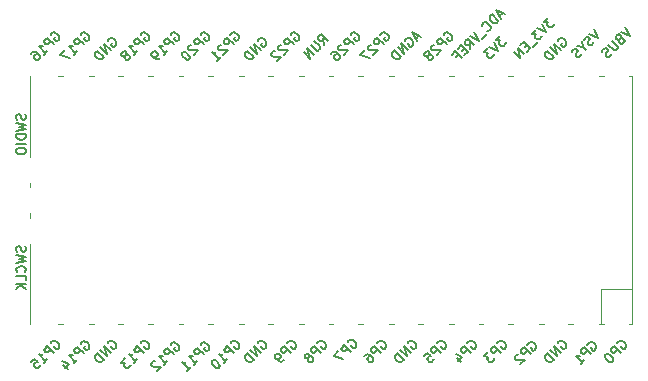
<source format=gbo>
G04 #@! TF.GenerationSoftware,KiCad,Pcbnew,8.0.7*
G04 #@! TF.CreationDate,2025-03-19T21:22:19+01:00*
G04 #@! TF.ProjectId,drum_machine,6472756d-5f6d-4616-9368-696e652e6b69,rev?*
G04 #@! TF.SameCoordinates,Original*
G04 #@! TF.FileFunction,Legend,Bot*
G04 #@! TF.FilePolarity,Positive*
%FSLAX46Y46*%
G04 Gerber Fmt 4.6, Leading zero omitted, Abs format (unit mm)*
G04 Created by KiCad (PCBNEW 8.0.7) date 2025-03-19 21:22:19*
%MOMM*%
%LPD*%
G01*
G04 APERTURE LIST*
G04 Aperture macros list*
%AMRoundRect*
0 Rectangle with rounded corners*
0 $1 Rounding radius*
0 $2 $3 $4 $5 $6 $7 $8 $9 X,Y pos of 4 corners*
0 Add a 4 corners polygon primitive as box body*
4,1,4,$2,$3,$4,$5,$6,$7,$8,$9,$2,$3,0*
0 Add four circle primitives for the rounded corners*
1,1,$1+$1,$2,$3*
1,1,$1+$1,$4,$5*
1,1,$1+$1,$6,$7*
1,1,$1+$1,$8,$9*
0 Add four rect primitives between the rounded corners*
20,1,$1+$1,$2,$3,$4,$5,0*
20,1,$1+$1,$4,$5,$6,$7,0*
20,1,$1+$1,$6,$7,$8,$9,0*
20,1,$1+$1,$8,$9,$2,$3,0*%
G04 Aperture macros list end*
%ADD10C,0.150000*%
%ADD11C,0.120000*%
%ADD12C,1.600000*%
%ADD13O,1.600000X1.600000*%
%ADD14R,1.500000X1.050000*%
%ADD15O,1.500000X1.050000*%
%ADD16R,1.800000X1.800000*%
%ADD17C,1.800000*%
%ADD18R,1.700000X1.700000*%
%ADD19O,1.700000X1.700000*%
%ADD20C,2.700000*%
%ADD21RoundRect,0.750000X-1.250000X-0.750000X1.250000X-0.750000X1.250000X0.750000X-1.250000X0.750000X0*%
%ADD22R,1.600000X1.600000*%
%ADD23RoundRect,0.750000X1.250000X0.750000X-1.250000X0.750000X-1.250000X-0.750000X1.250000X-0.750000X0*%
%ADD24C,2.000000*%
%ADD25R,2.000000X2.000000*%
%ADD26R,1.700000X3.500000*%
%ADD27R,3.500000X1.700000*%
G04 APERTURE END LIST*
D10*
X179931494Y-94113372D02*
X179958431Y-94032560D01*
X179958431Y-94032560D02*
X180039243Y-93951748D01*
X180039243Y-93951748D02*
X180146993Y-93897873D01*
X180146993Y-93897873D02*
X180254742Y-93897873D01*
X180254742Y-93897873D02*
X180335555Y-93924810D01*
X180335555Y-93924810D02*
X180470242Y-94005623D01*
X180470242Y-94005623D02*
X180551054Y-94086435D01*
X180551054Y-94086435D02*
X180631866Y-94221122D01*
X180631866Y-94221122D02*
X180658803Y-94301934D01*
X180658803Y-94301934D02*
X180658803Y-94409684D01*
X180658803Y-94409684D02*
X180604929Y-94517433D01*
X180604929Y-94517433D02*
X180551054Y-94571308D01*
X180551054Y-94571308D02*
X180443304Y-94625183D01*
X180443304Y-94625183D02*
X180389429Y-94625183D01*
X180389429Y-94625183D02*
X180200868Y-94436621D01*
X180200868Y-94436621D02*
X180308617Y-94328871D01*
X180200868Y-94921494D02*
X179635182Y-94355809D01*
X179635182Y-94355809D02*
X179419683Y-94571308D01*
X179419683Y-94571308D02*
X179392746Y-94652120D01*
X179392746Y-94652120D02*
X179392746Y-94705995D01*
X179392746Y-94705995D02*
X179419683Y-94786807D01*
X179419683Y-94786807D02*
X179500495Y-94867619D01*
X179500495Y-94867619D02*
X179581307Y-94894557D01*
X179581307Y-94894557D02*
X179635182Y-94894557D01*
X179635182Y-94894557D02*
X179715994Y-94867619D01*
X179715994Y-94867619D02*
X179931494Y-94652120D01*
X178827060Y-95163931D02*
X178934810Y-95056181D01*
X178934810Y-95056181D02*
X179015622Y-95029244D01*
X179015622Y-95029244D02*
X179069497Y-95029244D01*
X179069497Y-95029244D02*
X179204184Y-95056181D01*
X179204184Y-95056181D02*
X179338871Y-95136993D01*
X179338871Y-95136993D02*
X179554370Y-95352493D01*
X179554370Y-95352493D02*
X179581307Y-95433305D01*
X179581307Y-95433305D02*
X179581307Y-95487180D01*
X179581307Y-95487180D02*
X179554370Y-95567992D01*
X179554370Y-95567992D02*
X179446620Y-95675741D01*
X179446620Y-95675741D02*
X179365808Y-95702679D01*
X179365808Y-95702679D02*
X179311933Y-95702679D01*
X179311933Y-95702679D02*
X179231121Y-95675741D01*
X179231121Y-95675741D02*
X179096434Y-95541054D01*
X179096434Y-95541054D02*
X179069497Y-95460242D01*
X179069497Y-95460242D02*
X179069497Y-95406367D01*
X179069497Y-95406367D02*
X179096434Y-95325555D01*
X179096434Y-95325555D02*
X179204184Y-95217806D01*
X179204184Y-95217806D02*
X179284996Y-95190868D01*
X179284996Y-95190868D02*
X179338871Y-95190868D01*
X179338871Y-95190868D02*
X179419683Y-95217806D01*
X195198431Y-94086435D02*
X195225368Y-94005623D01*
X195225368Y-94005623D02*
X195306180Y-93924811D01*
X195306180Y-93924811D02*
X195413930Y-93870936D01*
X195413930Y-93870936D02*
X195521680Y-93870936D01*
X195521680Y-93870936D02*
X195602492Y-93897873D01*
X195602492Y-93897873D02*
X195737179Y-93978685D01*
X195737179Y-93978685D02*
X195817991Y-94059498D01*
X195817991Y-94059498D02*
X195898803Y-94194185D01*
X195898803Y-94194185D02*
X195925741Y-94274997D01*
X195925741Y-94274997D02*
X195925741Y-94382746D01*
X195925741Y-94382746D02*
X195871866Y-94490496D01*
X195871866Y-94490496D02*
X195817991Y-94544371D01*
X195817991Y-94544371D02*
X195710241Y-94598246D01*
X195710241Y-94598246D02*
X195656367Y-94598246D01*
X195656367Y-94598246D02*
X195467805Y-94409684D01*
X195467805Y-94409684D02*
X195575554Y-94301934D01*
X195467805Y-94894557D02*
X194902119Y-94328872D01*
X194902119Y-94328872D02*
X195144556Y-95217806D01*
X195144556Y-95217806D02*
X194578871Y-94652120D01*
X194875182Y-95487180D02*
X194309497Y-94921494D01*
X194309497Y-94921494D02*
X194174810Y-95056181D01*
X194174810Y-95056181D02*
X194120935Y-95163931D01*
X194120935Y-95163931D02*
X194120935Y-95271680D01*
X194120935Y-95271680D02*
X194147872Y-95352493D01*
X194147872Y-95352493D02*
X194228685Y-95487180D01*
X194228685Y-95487180D02*
X194309497Y-95567992D01*
X194309497Y-95567992D02*
X194444184Y-95648804D01*
X194444184Y-95648804D02*
X194524996Y-95675741D01*
X194524996Y-95675741D02*
X194632746Y-95675741D01*
X194632746Y-95675741D02*
X194740495Y-95621867D01*
X194740495Y-95621867D02*
X194875182Y-95487180D01*
X190091494Y-94113372D02*
X190118431Y-94032560D01*
X190118431Y-94032560D02*
X190199243Y-93951748D01*
X190199243Y-93951748D02*
X190306993Y-93897873D01*
X190306993Y-93897873D02*
X190414742Y-93897873D01*
X190414742Y-93897873D02*
X190495555Y-93924810D01*
X190495555Y-93924810D02*
X190630242Y-94005623D01*
X190630242Y-94005623D02*
X190711054Y-94086435D01*
X190711054Y-94086435D02*
X190791866Y-94221122D01*
X190791866Y-94221122D02*
X190818803Y-94301934D01*
X190818803Y-94301934D02*
X190818803Y-94409684D01*
X190818803Y-94409684D02*
X190764929Y-94517433D01*
X190764929Y-94517433D02*
X190711054Y-94571308D01*
X190711054Y-94571308D02*
X190603304Y-94625183D01*
X190603304Y-94625183D02*
X190549429Y-94625183D01*
X190549429Y-94625183D02*
X190360868Y-94436621D01*
X190360868Y-94436621D02*
X190468617Y-94328871D01*
X190360868Y-94921494D02*
X189795182Y-94355809D01*
X189795182Y-94355809D02*
X189579683Y-94571308D01*
X189579683Y-94571308D02*
X189552746Y-94652120D01*
X189552746Y-94652120D02*
X189552746Y-94705995D01*
X189552746Y-94705995D02*
X189579683Y-94786807D01*
X189579683Y-94786807D02*
X189660495Y-94867619D01*
X189660495Y-94867619D02*
X189741307Y-94894557D01*
X189741307Y-94894557D02*
X189795182Y-94894557D01*
X189795182Y-94894557D02*
X189875994Y-94867619D01*
X189875994Y-94867619D02*
X190091494Y-94652120D01*
X189283372Y-94867619D02*
X188933185Y-95217806D01*
X188933185Y-95217806D02*
X189337246Y-95244743D01*
X189337246Y-95244743D02*
X189256434Y-95325555D01*
X189256434Y-95325555D02*
X189229497Y-95406367D01*
X189229497Y-95406367D02*
X189229497Y-95460242D01*
X189229497Y-95460242D02*
X189256434Y-95541054D01*
X189256434Y-95541054D02*
X189391121Y-95675741D01*
X189391121Y-95675741D02*
X189471933Y-95702679D01*
X189471933Y-95702679D02*
X189525808Y-95702679D01*
X189525808Y-95702679D02*
X189606620Y-95675741D01*
X189606620Y-95675741D02*
X189768245Y-95514117D01*
X189768245Y-95514117D02*
X189795182Y-95433305D01*
X189795182Y-95433305D02*
X189795182Y-95379430D01*
X190290868Y-68090123D02*
X189940682Y-68440309D01*
X189940682Y-68440309D02*
X190344743Y-68467247D01*
X190344743Y-68467247D02*
X190263931Y-68548059D01*
X190263931Y-68548059D02*
X190236993Y-68628871D01*
X190236993Y-68628871D02*
X190236993Y-68682746D01*
X190236993Y-68682746D02*
X190263931Y-68763558D01*
X190263931Y-68763558D02*
X190398618Y-68898245D01*
X190398618Y-68898245D02*
X190479430Y-68925182D01*
X190479430Y-68925182D02*
X190533305Y-68925182D01*
X190533305Y-68925182D02*
X190614117Y-68898245D01*
X190614117Y-68898245D02*
X190775741Y-68736621D01*
X190775741Y-68736621D02*
X190802679Y-68655808D01*
X190802679Y-68655808D02*
X190802679Y-68601934D01*
X189779057Y-68601934D02*
X190156181Y-69356181D01*
X190156181Y-69356181D02*
X189401934Y-68979057D01*
X189267247Y-69113744D02*
X188917061Y-69463930D01*
X188917061Y-69463930D02*
X189321122Y-69490868D01*
X189321122Y-69490868D02*
X189240309Y-69571680D01*
X189240309Y-69571680D02*
X189213372Y-69652492D01*
X189213372Y-69652492D02*
X189213372Y-69706367D01*
X189213372Y-69706367D02*
X189240309Y-69787179D01*
X189240309Y-69787179D02*
X189374996Y-69921866D01*
X189374996Y-69921866D02*
X189455809Y-69948804D01*
X189455809Y-69948804D02*
X189509683Y-69948804D01*
X189509683Y-69948804D02*
X189590496Y-69921866D01*
X189590496Y-69921866D02*
X189752120Y-69760242D01*
X189752120Y-69760242D02*
X189779057Y-69679430D01*
X189779057Y-69679430D02*
X189779057Y-69625555D01*
X164960868Y-94243998D02*
X164987805Y-94163185D01*
X164987805Y-94163185D02*
X165068618Y-94082373D01*
X165068618Y-94082373D02*
X165176367Y-94028498D01*
X165176367Y-94028498D02*
X165284117Y-94028498D01*
X165284117Y-94028498D02*
X165364929Y-94055436D01*
X165364929Y-94055436D02*
X165499616Y-94136248D01*
X165499616Y-94136248D02*
X165580428Y-94217060D01*
X165580428Y-94217060D02*
X165661241Y-94351747D01*
X165661241Y-94351747D02*
X165688178Y-94432560D01*
X165688178Y-94432560D02*
X165688178Y-94540309D01*
X165688178Y-94540309D02*
X165634303Y-94648059D01*
X165634303Y-94648059D02*
X165580428Y-94701934D01*
X165580428Y-94701934D02*
X165472679Y-94755808D01*
X165472679Y-94755808D02*
X165418804Y-94755808D01*
X165418804Y-94755808D02*
X165230242Y-94567247D01*
X165230242Y-94567247D02*
X165337992Y-94459497D01*
X165230242Y-95052120D02*
X164664557Y-94486434D01*
X164664557Y-94486434D02*
X164449057Y-94701934D01*
X164449057Y-94701934D02*
X164422120Y-94782746D01*
X164422120Y-94782746D02*
X164422120Y-94836621D01*
X164422120Y-94836621D02*
X164449057Y-94917433D01*
X164449057Y-94917433D02*
X164529870Y-94998245D01*
X164529870Y-94998245D02*
X164610682Y-95025182D01*
X164610682Y-95025182D02*
X164664557Y-95025182D01*
X164664557Y-95025182D02*
X164745369Y-94998245D01*
X164745369Y-94998245D02*
X164960868Y-94782746D01*
X164368245Y-95914117D02*
X164691494Y-95590868D01*
X164529870Y-95752492D02*
X163964184Y-95186807D01*
X163964184Y-95186807D02*
X164098871Y-95213744D01*
X164098871Y-95213744D02*
X164206621Y-95213744D01*
X164206621Y-95213744D02*
X164287433Y-95186807D01*
X163829497Y-96452865D02*
X164152746Y-96129616D01*
X163991121Y-96291240D02*
X163425436Y-95725555D01*
X163425436Y-95725555D02*
X163560123Y-95752492D01*
X163560123Y-95752492D02*
X163667873Y-95752492D01*
X163667873Y-95752492D02*
X163748685Y-95725555D01*
X152260868Y-67989998D02*
X152287805Y-67909185D01*
X152287805Y-67909185D02*
X152368618Y-67828373D01*
X152368618Y-67828373D02*
X152476367Y-67774498D01*
X152476367Y-67774498D02*
X152584117Y-67774498D01*
X152584117Y-67774498D02*
X152664929Y-67801436D01*
X152664929Y-67801436D02*
X152799616Y-67882248D01*
X152799616Y-67882248D02*
X152880428Y-67963060D01*
X152880428Y-67963060D02*
X152961241Y-68097747D01*
X152961241Y-68097747D02*
X152988178Y-68178560D01*
X152988178Y-68178560D02*
X152988178Y-68286309D01*
X152988178Y-68286309D02*
X152934303Y-68394059D01*
X152934303Y-68394059D02*
X152880428Y-68447934D01*
X152880428Y-68447934D02*
X152772679Y-68501808D01*
X152772679Y-68501808D02*
X152718804Y-68501808D01*
X152718804Y-68501808D02*
X152530242Y-68313247D01*
X152530242Y-68313247D02*
X152637992Y-68205497D01*
X152530242Y-68798120D02*
X151964557Y-68232434D01*
X151964557Y-68232434D02*
X151749057Y-68447934D01*
X151749057Y-68447934D02*
X151722120Y-68528746D01*
X151722120Y-68528746D02*
X151722120Y-68582621D01*
X151722120Y-68582621D02*
X151749057Y-68663433D01*
X151749057Y-68663433D02*
X151829870Y-68744245D01*
X151829870Y-68744245D02*
X151910682Y-68771182D01*
X151910682Y-68771182D02*
X151964557Y-68771182D01*
X151964557Y-68771182D02*
X152045369Y-68744245D01*
X152045369Y-68744245D02*
X152260868Y-68528746D01*
X151668245Y-69660117D02*
X151991494Y-69336868D01*
X151829870Y-69498492D02*
X151264184Y-68932807D01*
X151264184Y-68932807D02*
X151398871Y-68959744D01*
X151398871Y-68959744D02*
X151506621Y-68959744D01*
X151506621Y-68959744D02*
X151587433Y-68932807D01*
X150617686Y-69579305D02*
X150725436Y-69471555D01*
X150725436Y-69471555D02*
X150806248Y-69444618D01*
X150806248Y-69444618D02*
X150860123Y-69444618D01*
X150860123Y-69444618D02*
X150994810Y-69471555D01*
X150994810Y-69471555D02*
X151129497Y-69552367D01*
X151129497Y-69552367D02*
X151344996Y-69767866D01*
X151344996Y-69767866D02*
X151371934Y-69848679D01*
X151371934Y-69848679D02*
X151371934Y-69902553D01*
X151371934Y-69902553D02*
X151344996Y-69983366D01*
X151344996Y-69983366D02*
X151237247Y-70091115D01*
X151237247Y-70091115D02*
X151156434Y-70118053D01*
X151156434Y-70118053D02*
X151102560Y-70118053D01*
X151102560Y-70118053D02*
X151021747Y-70091115D01*
X151021747Y-70091115D02*
X150887060Y-69956428D01*
X150887060Y-69956428D02*
X150860123Y-69875616D01*
X150860123Y-69875616D02*
X150860123Y-69821741D01*
X150860123Y-69821741D02*
X150887060Y-69740929D01*
X150887060Y-69740929D02*
X150994810Y-69633179D01*
X150994810Y-69633179D02*
X151075622Y-69606242D01*
X151075622Y-69606242D02*
X151129497Y-69606242D01*
X151129497Y-69606242D02*
X151210309Y-69633179D01*
X159880868Y-94097998D02*
X159907805Y-94017185D01*
X159907805Y-94017185D02*
X159988618Y-93936373D01*
X159988618Y-93936373D02*
X160096367Y-93882498D01*
X160096367Y-93882498D02*
X160204117Y-93882498D01*
X160204117Y-93882498D02*
X160284929Y-93909436D01*
X160284929Y-93909436D02*
X160419616Y-93990248D01*
X160419616Y-93990248D02*
X160500428Y-94071060D01*
X160500428Y-94071060D02*
X160581241Y-94205747D01*
X160581241Y-94205747D02*
X160608178Y-94286560D01*
X160608178Y-94286560D02*
X160608178Y-94394309D01*
X160608178Y-94394309D02*
X160554303Y-94502059D01*
X160554303Y-94502059D02*
X160500428Y-94555934D01*
X160500428Y-94555934D02*
X160392679Y-94609808D01*
X160392679Y-94609808D02*
X160338804Y-94609808D01*
X160338804Y-94609808D02*
X160150242Y-94421247D01*
X160150242Y-94421247D02*
X160257992Y-94313497D01*
X160150242Y-94906120D02*
X159584557Y-94340434D01*
X159584557Y-94340434D02*
X159369057Y-94555934D01*
X159369057Y-94555934D02*
X159342120Y-94636746D01*
X159342120Y-94636746D02*
X159342120Y-94690621D01*
X159342120Y-94690621D02*
X159369057Y-94771433D01*
X159369057Y-94771433D02*
X159449870Y-94852245D01*
X159449870Y-94852245D02*
X159530682Y-94879182D01*
X159530682Y-94879182D02*
X159584557Y-94879182D01*
X159584557Y-94879182D02*
X159665369Y-94852245D01*
X159665369Y-94852245D02*
X159880868Y-94636746D01*
X159288245Y-95768117D02*
X159611494Y-95444868D01*
X159449870Y-95606492D02*
X158884184Y-95040807D01*
X158884184Y-95040807D02*
X159018871Y-95067744D01*
X159018871Y-95067744D02*
X159126621Y-95067744D01*
X159126621Y-95067744D02*
X159207433Y-95040807D01*
X158533998Y-95390993D02*
X158183812Y-95741179D01*
X158183812Y-95741179D02*
X158587873Y-95768117D01*
X158587873Y-95768117D02*
X158507060Y-95848929D01*
X158507060Y-95848929D02*
X158480123Y-95929741D01*
X158480123Y-95929741D02*
X158480123Y-95983616D01*
X158480123Y-95983616D02*
X158507060Y-96064428D01*
X158507060Y-96064428D02*
X158641747Y-96199115D01*
X158641747Y-96199115D02*
X158722560Y-96226053D01*
X158722560Y-96226053D02*
X158776434Y-96226053D01*
X158776434Y-96226053D02*
X158857247Y-96199115D01*
X158857247Y-96199115D02*
X159018871Y-96037491D01*
X159018871Y-96037491D02*
X159045808Y-95956679D01*
X159045808Y-95956679D02*
X159045808Y-95902804D01*
X159880868Y-67989998D02*
X159907805Y-67909185D01*
X159907805Y-67909185D02*
X159988618Y-67828373D01*
X159988618Y-67828373D02*
X160096367Y-67774498D01*
X160096367Y-67774498D02*
X160204117Y-67774498D01*
X160204117Y-67774498D02*
X160284929Y-67801436D01*
X160284929Y-67801436D02*
X160419616Y-67882248D01*
X160419616Y-67882248D02*
X160500428Y-67963060D01*
X160500428Y-67963060D02*
X160581241Y-68097747D01*
X160581241Y-68097747D02*
X160608178Y-68178560D01*
X160608178Y-68178560D02*
X160608178Y-68286309D01*
X160608178Y-68286309D02*
X160554303Y-68394059D01*
X160554303Y-68394059D02*
X160500428Y-68447934D01*
X160500428Y-68447934D02*
X160392679Y-68501808D01*
X160392679Y-68501808D02*
X160338804Y-68501808D01*
X160338804Y-68501808D02*
X160150242Y-68313247D01*
X160150242Y-68313247D02*
X160257992Y-68205497D01*
X160150242Y-68798120D02*
X159584557Y-68232434D01*
X159584557Y-68232434D02*
X159369057Y-68447934D01*
X159369057Y-68447934D02*
X159342120Y-68528746D01*
X159342120Y-68528746D02*
X159342120Y-68582621D01*
X159342120Y-68582621D02*
X159369057Y-68663433D01*
X159369057Y-68663433D02*
X159449870Y-68744245D01*
X159449870Y-68744245D02*
X159530682Y-68771182D01*
X159530682Y-68771182D02*
X159584557Y-68771182D01*
X159584557Y-68771182D02*
X159665369Y-68744245D01*
X159665369Y-68744245D02*
X159880868Y-68528746D01*
X159288245Y-69660117D02*
X159611494Y-69336868D01*
X159449870Y-69498492D02*
X158884184Y-68932807D01*
X158884184Y-68932807D02*
X159018871Y-68959744D01*
X159018871Y-68959744D02*
X159126621Y-68959744D01*
X159126621Y-68959744D02*
X159207433Y-68932807D01*
X158641747Y-69660117D02*
X158668685Y-69579305D01*
X158668685Y-69579305D02*
X158668685Y-69525430D01*
X158668685Y-69525430D02*
X158641747Y-69444618D01*
X158641747Y-69444618D02*
X158614810Y-69417680D01*
X158614810Y-69417680D02*
X158533998Y-69390743D01*
X158533998Y-69390743D02*
X158480123Y-69390743D01*
X158480123Y-69390743D02*
X158399311Y-69417680D01*
X158399311Y-69417680D02*
X158291561Y-69525430D01*
X158291561Y-69525430D02*
X158264624Y-69606242D01*
X158264624Y-69606242D02*
X158264624Y-69660117D01*
X158264624Y-69660117D02*
X158291561Y-69740929D01*
X158291561Y-69740929D02*
X158318499Y-69767866D01*
X158318499Y-69767866D02*
X158399311Y-69794804D01*
X158399311Y-69794804D02*
X158453186Y-69794804D01*
X158453186Y-69794804D02*
X158533998Y-69767866D01*
X158533998Y-69767866D02*
X158641747Y-69660117D01*
X158641747Y-69660117D02*
X158722560Y-69633179D01*
X158722560Y-69633179D02*
X158776434Y-69633179D01*
X158776434Y-69633179D02*
X158857247Y-69660117D01*
X158857247Y-69660117D02*
X158964996Y-69767866D01*
X158964996Y-69767866D02*
X158991934Y-69848679D01*
X158991934Y-69848679D02*
X158991934Y-69902553D01*
X158991934Y-69902553D02*
X158964996Y-69983366D01*
X158964996Y-69983366D02*
X158857247Y-70091115D01*
X158857247Y-70091115D02*
X158776434Y-70118053D01*
X158776434Y-70118053D02*
X158722560Y-70118053D01*
X158722560Y-70118053D02*
X158641747Y-70091115D01*
X158641747Y-70091115D02*
X158533998Y-69983366D01*
X158533998Y-69983366D02*
X158507060Y-69902553D01*
X158507060Y-69902553D02*
X158507060Y-69848679D01*
X158507060Y-69848679D02*
X158533998Y-69767866D01*
X187551494Y-94113372D02*
X187578431Y-94032560D01*
X187578431Y-94032560D02*
X187659243Y-93951748D01*
X187659243Y-93951748D02*
X187766993Y-93897873D01*
X187766993Y-93897873D02*
X187874742Y-93897873D01*
X187874742Y-93897873D02*
X187955555Y-93924810D01*
X187955555Y-93924810D02*
X188090242Y-94005623D01*
X188090242Y-94005623D02*
X188171054Y-94086435D01*
X188171054Y-94086435D02*
X188251866Y-94221122D01*
X188251866Y-94221122D02*
X188278803Y-94301934D01*
X188278803Y-94301934D02*
X188278803Y-94409684D01*
X188278803Y-94409684D02*
X188224929Y-94517433D01*
X188224929Y-94517433D02*
X188171054Y-94571308D01*
X188171054Y-94571308D02*
X188063304Y-94625183D01*
X188063304Y-94625183D02*
X188009429Y-94625183D01*
X188009429Y-94625183D02*
X187820868Y-94436621D01*
X187820868Y-94436621D02*
X187928617Y-94328871D01*
X187820868Y-94921494D02*
X187255182Y-94355809D01*
X187255182Y-94355809D02*
X187039683Y-94571308D01*
X187039683Y-94571308D02*
X187012746Y-94652120D01*
X187012746Y-94652120D02*
X187012746Y-94705995D01*
X187012746Y-94705995D02*
X187039683Y-94786807D01*
X187039683Y-94786807D02*
X187120495Y-94867619D01*
X187120495Y-94867619D02*
X187201307Y-94894557D01*
X187201307Y-94894557D02*
X187255182Y-94894557D01*
X187255182Y-94894557D02*
X187335994Y-94867619D01*
X187335994Y-94867619D02*
X187551494Y-94652120D01*
X186635622Y-95352493D02*
X187012746Y-95729616D01*
X186554810Y-95002306D02*
X187093558Y-95271680D01*
X187093558Y-95271680D02*
X186743372Y-95621867D01*
X154800868Y-67989998D02*
X154827805Y-67909185D01*
X154827805Y-67909185D02*
X154908618Y-67828373D01*
X154908618Y-67828373D02*
X155016367Y-67774498D01*
X155016367Y-67774498D02*
X155124117Y-67774498D01*
X155124117Y-67774498D02*
X155204929Y-67801436D01*
X155204929Y-67801436D02*
X155339616Y-67882248D01*
X155339616Y-67882248D02*
X155420428Y-67963060D01*
X155420428Y-67963060D02*
X155501241Y-68097747D01*
X155501241Y-68097747D02*
X155528178Y-68178560D01*
X155528178Y-68178560D02*
X155528178Y-68286309D01*
X155528178Y-68286309D02*
X155474303Y-68394059D01*
X155474303Y-68394059D02*
X155420428Y-68447934D01*
X155420428Y-68447934D02*
X155312679Y-68501808D01*
X155312679Y-68501808D02*
X155258804Y-68501808D01*
X155258804Y-68501808D02*
X155070242Y-68313247D01*
X155070242Y-68313247D02*
X155177992Y-68205497D01*
X155070242Y-68798120D02*
X154504557Y-68232434D01*
X154504557Y-68232434D02*
X154289057Y-68447934D01*
X154289057Y-68447934D02*
X154262120Y-68528746D01*
X154262120Y-68528746D02*
X154262120Y-68582621D01*
X154262120Y-68582621D02*
X154289057Y-68663433D01*
X154289057Y-68663433D02*
X154369870Y-68744245D01*
X154369870Y-68744245D02*
X154450682Y-68771182D01*
X154450682Y-68771182D02*
X154504557Y-68771182D01*
X154504557Y-68771182D02*
X154585369Y-68744245D01*
X154585369Y-68744245D02*
X154800868Y-68528746D01*
X154208245Y-69660117D02*
X154531494Y-69336868D01*
X154369870Y-69498492D02*
X153804184Y-68932807D01*
X153804184Y-68932807D02*
X153938871Y-68959744D01*
X153938871Y-68959744D02*
X154046621Y-68959744D01*
X154046621Y-68959744D02*
X154127433Y-68932807D01*
X153453998Y-69282993D02*
X153076874Y-69660117D01*
X153076874Y-69660117D02*
X153884996Y-69983366D01*
X157098431Y-68486435D02*
X157125368Y-68405623D01*
X157125368Y-68405623D02*
X157206180Y-68324811D01*
X157206180Y-68324811D02*
X157313930Y-68270936D01*
X157313930Y-68270936D02*
X157421680Y-68270936D01*
X157421680Y-68270936D02*
X157502492Y-68297873D01*
X157502492Y-68297873D02*
X157637179Y-68378685D01*
X157637179Y-68378685D02*
X157717991Y-68459498D01*
X157717991Y-68459498D02*
X157798803Y-68594185D01*
X157798803Y-68594185D02*
X157825741Y-68674997D01*
X157825741Y-68674997D02*
X157825741Y-68782746D01*
X157825741Y-68782746D02*
X157771866Y-68890496D01*
X157771866Y-68890496D02*
X157717991Y-68944371D01*
X157717991Y-68944371D02*
X157610241Y-68998246D01*
X157610241Y-68998246D02*
X157556367Y-68998246D01*
X157556367Y-68998246D02*
X157367805Y-68809684D01*
X157367805Y-68809684D02*
X157475554Y-68701934D01*
X157367805Y-69294557D02*
X156802119Y-68728872D01*
X156802119Y-68728872D02*
X157044556Y-69617806D01*
X157044556Y-69617806D02*
X156478871Y-69052120D01*
X156775182Y-69887180D02*
X156209497Y-69321494D01*
X156209497Y-69321494D02*
X156074810Y-69456181D01*
X156074810Y-69456181D02*
X156020935Y-69563931D01*
X156020935Y-69563931D02*
X156020935Y-69671680D01*
X156020935Y-69671680D02*
X156047872Y-69752493D01*
X156047872Y-69752493D02*
X156128685Y-69887180D01*
X156128685Y-69887180D02*
X156209497Y-69967992D01*
X156209497Y-69967992D02*
X156344184Y-70048804D01*
X156344184Y-70048804D02*
X156424996Y-70075741D01*
X156424996Y-70075741D02*
X156532746Y-70075741D01*
X156532746Y-70075741D02*
X156640495Y-70021867D01*
X156640495Y-70021867D02*
X156775182Y-69887180D01*
X175403710Y-68838651D02*
X175322898Y-68380716D01*
X175726959Y-68515403D02*
X175161274Y-67949717D01*
X175161274Y-67949717D02*
X174945775Y-68165216D01*
X174945775Y-68165216D02*
X174918837Y-68246029D01*
X174918837Y-68246029D02*
X174918837Y-68299903D01*
X174918837Y-68299903D02*
X174945775Y-68380716D01*
X174945775Y-68380716D02*
X175026587Y-68461528D01*
X175026587Y-68461528D02*
X175107399Y-68488465D01*
X175107399Y-68488465D02*
X175161274Y-68488465D01*
X175161274Y-68488465D02*
X175242086Y-68461528D01*
X175242086Y-68461528D02*
X175457585Y-68246029D01*
X174595588Y-68515403D02*
X175053524Y-68973338D01*
X175053524Y-68973338D02*
X175080462Y-69054151D01*
X175080462Y-69054151D02*
X175080462Y-69108025D01*
X175080462Y-69108025D02*
X175053524Y-69188838D01*
X175053524Y-69188838D02*
X174945775Y-69296587D01*
X174945775Y-69296587D02*
X174864962Y-69323525D01*
X174864962Y-69323525D02*
X174811088Y-69323525D01*
X174811088Y-69323525D02*
X174730275Y-69296587D01*
X174730275Y-69296587D02*
X174272340Y-68838651D01*
X174568651Y-69673711D02*
X174002966Y-69108025D01*
X174002966Y-69108025D02*
X174245402Y-69996959D01*
X174245402Y-69996959D02*
X173679717Y-69431274D01*
X185011494Y-94113372D02*
X185038431Y-94032560D01*
X185038431Y-94032560D02*
X185119243Y-93951748D01*
X185119243Y-93951748D02*
X185226993Y-93897873D01*
X185226993Y-93897873D02*
X185334742Y-93897873D01*
X185334742Y-93897873D02*
X185415555Y-93924810D01*
X185415555Y-93924810D02*
X185550242Y-94005623D01*
X185550242Y-94005623D02*
X185631054Y-94086435D01*
X185631054Y-94086435D02*
X185711866Y-94221122D01*
X185711866Y-94221122D02*
X185738803Y-94301934D01*
X185738803Y-94301934D02*
X185738803Y-94409684D01*
X185738803Y-94409684D02*
X185684929Y-94517433D01*
X185684929Y-94517433D02*
X185631054Y-94571308D01*
X185631054Y-94571308D02*
X185523304Y-94625183D01*
X185523304Y-94625183D02*
X185469429Y-94625183D01*
X185469429Y-94625183D02*
X185280868Y-94436621D01*
X185280868Y-94436621D02*
X185388617Y-94328871D01*
X185280868Y-94921494D02*
X184715182Y-94355809D01*
X184715182Y-94355809D02*
X184499683Y-94571308D01*
X184499683Y-94571308D02*
X184472746Y-94652120D01*
X184472746Y-94652120D02*
X184472746Y-94705995D01*
X184472746Y-94705995D02*
X184499683Y-94786807D01*
X184499683Y-94786807D02*
X184580495Y-94867619D01*
X184580495Y-94867619D02*
X184661307Y-94894557D01*
X184661307Y-94894557D02*
X184715182Y-94894557D01*
X184715182Y-94894557D02*
X184795994Y-94867619D01*
X184795994Y-94867619D02*
X185011494Y-94652120D01*
X183880123Y-95190868D02*
X184149497Y-94921494D01*
X184149497Y-94921494D02*
X184445808Y-95163931D01*
X184445808Y-95163931D02*
X184391933Y-95163931D01*
X184391933Y-95163931D02*
X184311121Y-95190868D01*
X184311121Y-95190868D02*
X184176434Y-95325555D01*
X184176434Y-95325555D02*
X184149497Y-95406367D01*
X184149497Y-95406367D02*
X184149497Y-95460242D01*
X184149497Y-95460242D02*
X184176434Y-95541054D01*
X184176434Y-95541054D02*
X184311121Y-95675741D01*
X184311121Y-95675741D02*
X184391933Y-95702679D01*
X184391933Y-95702679D02*
X184445808Y-95702679D01*
X184445808Y-95702679D02*
X184526620Y-95675741D01*
X184526620Y-95675741D02*
X184661307Y-95541054D01*
X184661307Y-95541054D02*
X184688245Y-95460242D01*
X184688245Y-95460242D02*
X184688245Y-95406367D01*
X164960868Y-67989998D02*
X164987805Y-67909185D01*
X164987805Y-67909185D02*
X165068618Y-67828373D01*
X165068618Y-67828373D02*
X165176367Y-67774498D01*
X165176367Y-67774498D02*
X165284117Y-67774498D01*
X165284117Y-67774498D02*
X165364929Y-67801436D01*
X165364929Y-67801436D02*
X165499616Y-67882248D01*
X165499616Y-67882248D02*
X165580428Y-67963060D01*
X165580428Y-67963060D02*
X165661241Y-68097747D01*
X165661241Y-68097747D02*
X165688178Y-68178560D01*
X165688178Y-68178560D02*
X165688178Y-68286309D01*
X165688178Y-68286309D02*
X165634303Y-68394059D01*
X165634303Y-68394059D02*
X165580428Y-68447934D01*
X165580428Y-68447934D02*
X165472679Y-68501808D01*
X165472679Y-68501808D02*
X165418804Y-68501808D01*
X165418804Y-68501808D02*
X165230242Y-68313247D01*
X165230242Y-68313247D02*
X165337992Y-68205497D01*
X165230242Y-68798120D02*
X164664557Y-68232434D01*
X164664557Y-68232434D02*
X164449057Y-68447934D01*
X164449057Y-68447934D02*
X164422120Y-68528746D01*
X164422120Y-68528746D02*
X164422120Y-68582621D01*
X164422120Y-68582621D02*
X164449057Y-68663433D01*
X164449057Y-68663433D02*
X164529870Y-68744245D01*
X164529870Y-68744245D02*
X164610682Y-68771182D01*
X164610682Y-68771182D02*
X164664557Y-68771182D01*
X164664557Y-68771182D02*
X164745369Y-68744245D01*
X164745369Y-68744245D02*
X164960868Y-68528746D01*
X164179683Y-68825057D02*
X164125809Y-68825057D01*
X164125809Y-68825057D02*
X164044996Y-68851995D01*
X164044996Y-68851995D02*
X163910309Y-68986682D01*
X163910309Y-68986682D02*
X163883372Y-69067494D01*
X163883372Y-69067494D02*
X163883372Y-69121369D01*
X163883372Y-69121369D02*
X163910309Y-69202181D01*
X163910309Y-69202181D02*
X163964184Y-69256056D01*
X163964184Y-69256056D02*
X164071934Y-69309930D01*
X164071934Y-69309930D02*
X164718431Y-69309930D01*
X164718431Y-69309930D02*
X164368245Y-69660117D01*
X163452373Y-69444618D02*
X163398499Y-69498492D01*
X163398499Y-69498492D02*
X163371561Y-69579305D01*
X163371561Y-69579305D02*
X163371561Y-69633179D01*
X163371561Y-69633179D02*
X163398499Y-69713992D01*
X163398499Y-69713992D02*
X163479311Y-69848679D01*
X163479311Y-69848679D02*
X163613998Y-69983366D01*
X163613998Y-69983366D02*
X163748685Y-70064178D01*
X163748685Y-70064178D02*
X163829497Y-70091115D01*
X163829497Y-70091115D02*
X163883372Y-70091115D01*
X163883372Y-70091115D02*
X163964184Y-70064178D01*
X163964184Y-70064178D02*
X164018059Y-70010303D01*
X164018059Y-70010303D02*
X164044996Y-69929491D01*
X164044996Y-69929491D02*
X164044996Y-69875616D01*
X164044996Y-69875616D02*
X164018059Y-69794804D01*
X164018059Y-69794804D02*
X163937247Y-69660117D01*
X163937247Y-69660117D02*
X163802560Y-69525430D01*
X163802560Y-69525430D02*
X163667873Y-69444618D01*
X163667873Y-69444618D02*
X163587060Y-69417680D01*
X163587060Y-69417680D02*
X163533186Y-69417680D01*
X163533186Y-69417680D02*
X163452373Y-69444618D01*
X190534049Y-66155064D02*
X190264675Y-66424438D01*
X190749549Y-66262813D02*
X189995301Y-65885690D01*
X189995301Y-65885690D02*
X190372425Y-66639937D01*
X190183863Y-66828499D02*
X189618178Y-66262813D01*
X189618178Y-66262813D02*
X189483491Y-66397500D01*
X189483491Y-66397500D02*
X189429616Y-66505250D01*
X189429616Y-66505250D02*
X189429616Y-66612999D01*
X189429616Y-66612999D02*
X189456553Y-66693812D01*
X189456553Y-66693812D02*
X189537366Y-66828499D01*
X189537366Y-66828499D02*
X189618178Y-66909311D01*
X189618178Y-66909311D02*
X189752865Y-66990123D01*
X189752865Y-66990123D02*
X189833677Y-67017060D01*
X189833677Y-67017060D02*
X189941427Y-67017060D01*
X189941427Y-67017060D02*
X190049176Y-66963186D01*
X190049176Y-66963186D02*
X190183863Y-66828499D01*
X189241054Y-67663558D02*
X189294929Y-67663558D01*
X189294929Y-67663558D02*
X189402679Y-67609683D01*
X189402679Y-67609683D02*
X189456553Y-67555808D01*
X189456553Y-67555808D02*
X189510428Y-67448059D01*
X189510428Y-67448059D02*
X189510428Y-67340309D01*
X189510428Y-67340309D02*
X189483491Y-67259497D01*
X189483491Y-67259497D02*
X189402679Y-67124810D01*
X189402679Y-67124810D02*
X189321866Y-67043998D01*
X189321866Y-67043998D02*
X189187179Y-66963186D01*
X189187179Y-66963186D02*
X189106367Y-66936248D01*
X189106367Y-66936248D02*
X188998618Y-66936248D01*
X188998618Y-66936248D02*
X188890868Y-66990123D01*
X188890868Y-66990123D02*
X188836993Y-67043998D01*
X188836993Y-67043998D02*
X188783118Y-67151747D01*
X188783118Y-67151747D02*
X188783118Y-67205622D01*
X189241054Y-67879057D02*
X188810056Y-68310056D01*
X188136621Y-67744370D02*
X188513744Y-68498618D01*
X188513744Y-68498618D02*
X187759497Y-68121494D01*
X187813372Y-69198990D02*
X187732560Y-68741054D01*
X188136621Y-68875741D02*
X187570935Y-68310056D01*
X187570935Y-68310056D02*
X187355436Y-68525555D01*
X187355436Y-68525555D02*
X187328499Y-68606367D01*
X187328499Y-68606367D02*
X187328499Y-68660242D01*
X187328499Y-68660242D02*
X187355436Y-68741054D01*
X187355436Y-68741054D02*
X187436248Y-68821866D01*
X187436248Y-68821866D02*
X187517061Y-68848804D01*
X187517061Y-68848804D02*
X187570935Y-68848804D01*
X187570935Y-68848804D02*
X187651748Y-68821866D01*
X187651748Y-68821866D02*
X187867247Y-68606367D01*
X187274624Y-69145115D02*
X187086062Y-69333677D01*
X187301561Y-69710800D02*
X187570935Y-69441426D01*
X187570935Y-69441426D02*
X187005250Y-68875741D01*
X187005250Y-68875741D02*
X186735876Y-69145115D01*
X186574251Y-69845488D02*
X186762813Y-69656926D01*
X187059125Y-69953237D02*
X186493439Y-69387552D01*
X186493439Y-69387552D02*
X186224065Y-69656926D01*
X172580868Y-67989998D02*
X172607805Y-67909185D01*
X172607805Y-67909185D02*
X172688618Y-67828373D01*
X172688618Y-67828373D02*
X172796367Y-67774498D01*
X172796367Y-67774498D02*
X172904117Y-67774498D01*
X172904117Y-67774498D02*
X172984929Y-67801436D01*
X172984929Y-67801436D02*
X173119616Y-67882248D01*
X173119616Y-67882248D02*
X173200428Y-67963060D01*
X173200428Y-67963060D02*
X173281241Y-68097747D01*
X173281241Y-68097747D02*
X173308178Y-68178560D01*
X173308178Y-68178560D02*
X173308178Y-68286309D01*
X173308178Y-68286309D02*
X173254303Y-68394059D01*
X173254303Y-68394059D02*
X173200428Y-68447934D01*
X173200428Y-68447934D02*
X173092679Y-68501808D01*
X173092679Y-68501808D02*
X173038804Y-68501808D01*
X173038804Y-68501808D02*
X172850242Y-68313247D01*
X172850242Y-68313247D02*
X172957992Y-68205497D01*
X172850242Y-68798120D02*
X172284557Y-68232434D01*
X172284557Y-68232434D02*
X172069057Y-68447934D01*
X172069057Y-68447934D02*
X172042120Y-68528746D01*
X172042120Y-68528746D02*
X172042120Y-68582621D01*
X172042120Y-68582621D02*
X172069057Y-68663433D01*
X172069057Y-68663433D02*
X172149870Y-68744245D01*
X172149870Y-68744245D02*
X172230682Y-68771182D01*
X172230682Y-68771182D02*
X172284557Y-68771182D01*
X172284557Y-68771182D02*
X172365369Y-68744245D01*
X172365369Y-68744245D02*
X172580868Y-68528746D01*
X171799683Y-68825057D02*
X171745809Y-68825057D01*
X171745809Y-68825057D02*
X171664996Y-68851995D01*
X171664996Y-68851995D02*
X171530309Y-68986682D01*
X171530309Y-68986682D02*
X171503372Y-69067494D01*
X171503372Y-69067494D02*
X171503372Y-69121369D01*
X171503372Y-69121369D02*
X171530309Y-69202181D01*
X171530309Y-69202181D02*
X171584184Y-69256056D01*
X171584184Y-69256056D02*
X171691934Y-69309930D01*
X171691934Y-69309930D02*
X172338431Y-69309930D01*
X172338431Y-69309930D02*
X171988245Y-69660117D01*
X171260935Y-69363805D02*
X171207060Y-69363805D01*
X171207060Y-69363805D02*
X171126248Y-69390743D01*
X171126248Y-69390743D02*
X170991561Y-69525430D01*
X170991561Y-69525430D02*
X170964624Y-69606242D01*
X170964624Y-69606242D02*
X170964624Y-69660117D01*
X170964624Y-69660117D02*
X170991561Y-69740929D01*
X170991561Y-69740929D02*
X171045436Y-69794804D01*
X171045436Y-69794804D02*
X171153186Y-69848679D01*
X171153186Y-69848679D02*
X171799683Y-69848679D01*
X171799683Y-69848679D02*
X171449497Y-70198865D01*
X180190868Y-67989998D02*
X180217805Y-67909185D01*
X180217805Y-67909185D02*
X180298618Y-67828373D01*
X180298618Y-67828373D02*
X180406367Y-67774498D01*
X180406367Y-67774498D02*
X180514117Y-67774498D01*
X180514117Y-67774498D02*
X180594929Y-67801436D01*
X180594929Y-67801436D02*
X180729616Y-67882248D01*
X180729616Y-67882248D02*
X180810428Y-67963060D01*
X180810428Y-67963060D02*
X180891241Y-68097747D01*
X180891241Y-68097747D02*
X180918178Y-68178560D01*
X180918178Y-68178560D02*
X180918178Y-68286309D01*
X180918178Y-68286309D02*
X180864303Y-68394059D01*
X180864303Y-68394059D02*
X180810428Y-68447934D01*
X180810428Y-68447934D02*
X180702679Y-68501808D01*
X180702679Y-68501808D02*
X180648804Y-68501808D01*
X180648804Y-68501808D02*
X180460242Y-68313247D01*
X180460242Y-68313247D02*
X180567992Y-68205497D01*
X180460242Y-68798120D02*
X179894557Y-68232434D01*
X179894557Y-68232434D02*
X179679057Y-68447934D01*
X179679057Y-68447934D02*
X179652120Y-68528746D01*
X179652120Y-68528746D02*
X179652120Y-68582621D01*
X179652120Y-68582621D02*
X179679057Y-68663433D01*
X179679057Y-68663433D02*
X179759870Y-68744245D01*
X179759870Y-68744245D02*
X179840682Y-68771182D01*
X179840682Y-68771182D02*
X179894557Y-68771182D01*
X179894557Y-68771182D02*
X179975369Y-68744245D01*
X179975369Y-68744245D02*
X180190868Y-68528746D01*
X179409683Y-68825057D02*
X179355809Y-68825057D01*
X179355809Y-68825057D02*
X179274996Y-68851995D01*
X179274996Y-68851995D02*
X179140309Y-68986682D01*
X179140309Y-68986682D02*
X179113372Y-69067494D01*
X179113372Y-69067494D02*
X179113372Y-69121369D01*
X179113372Y-69121369D02*
X179140309Y-69202181D01*
X179140309Y-69202181D02*
X179194184Y-69256056D01*
X179194184Y-69256056D02*
X179301934Y-69309930D01*
X179301934Y-69309930D02*
X179948431Y-69309930D01*
X179948431Y-69309930D02*
X179598245Y-69660117D01*
X178843998Y-69282993D02*
X178466874Y-69660117D01*
X178466874Y-69660117D02*
X179274996Y-69983366D01*
X167490868Y-67989998D02*
X167517805Y-67909185D01*
X167517805Y-67909185D02*
X167598618Y-67828373D01*
X167598618Y-67828373D02*
X167706367Y-67774498D01*
X167706367Y-67774498D02*
X167814117Y-67774498D01*
X167814117Y-67774498D02*
X167894929Y-67801436D01*
X167894929Y-67801436D02*
X168029616Y-67882248D01*
X168029616Y-67882248D02*
X168110428Y-67963060D01*
X168110428Y-67963060D02*
X168191241Y-68097747D01*
X168191241Y-68097747D02*
X168218178Y-68178560D01*
X168218178Y-68178560D02*
X168218178Y-68286309D01*
X168218178Y-68286309D02*
X168164303Y-68394059D01*
X168164303Y-68394059D02*
X168110428Y-68447934D01*
X168110428Y-68447934D02*
X168002679Y-68501808D01*
X168002679Y-68501808D02*
X167948804Y-68501808D01*
X167948804Y-68501808D02*
X167760242Y-68313247D01*
X167760242Y-68313247D02*
X167867992Y-68205497D01*
X167760242Y-68798120D02*
X167194557Y-68232434D01*
X167194557Y-68232434D02*
X166979057Y-68447934D01*
X166979057Y-68447934D02*
X166952120Y-68528746D01*
X166952120Y-68528746D02*
X166952120Y-68582621D01*
X166952120Y-68582621D02*
X166979057Y-68663433D01*
X166979057Y-68663433D02*
X167059870Y-68744245D01*
X167059870Y-68744245D02*
X167140682Y-68771182D01*
X167140682Y-68771182D02*
X167194557Y-68771182D01*
X167194557Y-68771182D02*
X167275369Y-68744245D01*
X167275369Y-68744245D02*
X167490868Y-68528746D01*
X166709683Y-68825057D02*
X166655809Y-68825057D01*
X166655809Y-68825057D02*
X166574996Y-68851995D01*
X166574996Y-68851995D02*
X166440309Y-68986682D01*
X166440309Y-68986682D02*
X166413372Y-69067494D01*
X166413372Y-69067494D02*
X166413372Y-69121369D01*
X166413372Y-69121369D02*
X166440309Y-69202181D01*
X166440309Y-69202181D02*
X166494184Y-69256056D01*
X166494184Y-69256056D02*
X166601934Y-69309930D01*
X166601934Y-69309930D02*
X167248431Y-69309930D01*
X167248431Y-69309930D02*
X166898245Y-69660117D01*
X166359497Y-70198865D02*
X166682746Y-69875616D01*
X166521121Y-70037240D02*
X165955436Y-69471555D01*
X165955436Y-69471555D02*
X166090123Y-69498492D01*
X166090123Y-69498492D02*
X166197873Y-69498492D01*
X166197873Y-69498492D02*
X166278685Y-69471555D01*
X200927585Y-67353406D02*
X201304709Y-68107653D01*
X201304709Y-68107653D02*
X200550462Y-67730529D01*
X200442712Y-68377027D02*
X200388838Y-68484776D01*
X200388838Y-68484776D02*
X200388838Y-68538651D01*
X200388838Y-68538651D02*
X200415775Y-68619463D01*
X200415775Y-68619463D02*
X200496587Y-68700276D01*
X200496587Y-68700276D02*
X200577399Y-68727213D01*
X200577399Y-68727213D02*
X200631274Y-68727213D01*
X200631274Y-68727213D02*
X200712086Y-68700276D01*
X200712086Y-68700276D02*
X200927586Y-68484776D01*
X200927586Y-68484776D02*
X200361900Y-67919091D01*
X200361900Y-67919091D02*
X200173338Y-68107653D01*
X200173338Y-68107653D02*
X200146401Y-68188465D01*
X200146401Y-68188465D02*
X200146401Y-68242340D01*
X200146401Y-68242340D02*
X200173338Y-68323152D01*
X200173338Y-68323152D02*
X200227213Y-68377027D01*
X200227213Y-68377027D02*
X200308025Y-68403964D01*
X200308025Y-68403964D02*
X200361900Y-68403964D01*
X200361900Y-68403964D02*
X200442712Y-68377027D01*
X200442712Y-68377027D02*
X200631274Y-68188465D01*
X199796215Y-68484776D02*
X200254151Y-68942712D01*
X200254151Y-68942712D02*
X200281088Y-69023524D01*
X200281088Y-69023524D02*
X200281088Y-69077399D01*
X200281088Y-69077399D02*
X200254151Y-69158211D01*
X200254151Y-69158211D02*
X200146401Y-69265961D01*
X200146401Y-69265961D02*
X200065589Y-69292898D01*
X200065589Y-69292898D02*
X200011714Y-69292898D01*
X200011714Y-69292898D02*
X199930902Y-69265961D01*
X199930902Y-69265961D02*
X199472966Y-68808025D01*
X199769277Y-69589210D02*
X199715403Y-69696959D01*
X199715403Y-69696959D02*
X199580716Y-69831646D01*
X199580716Y-69831646D02*
X199499903Y-69858584D01*
X199499903Y-69858584D02*
X199446029Y-69858584D01*
X199446029Y-69858584D02*
X199365216Y-69831646D01*
X199365216Y-69831646D02*
X199311342Y-69777771D01*
X199311342Y-69777771D02*
X199284404Y-69696959D01*
X199284404Y-69696959D02*
X199284404Y-69643084D01*
X199284404Y-69643084D02*
X199311342Y-69562272D01*
X199311342Y-69562272D02*
X199392154Y-69427585D01*
X199392154Y-69427585D02*
X199419091Y-69346773D01*
X199419091Y-69346773D02*
X199419091Y-69292898D01*
X199419091Y-69292898D02*
X199392154Y-69212086D01*
X199392154Y-69212086D02*
X199338279Y-69158211D01*
X199338279Y-69158211D02*
X199257467Y-69131274D01*
X199257467Y-69131274D02*
X199203592Y-69131274D01*
X199203592Y-69131274D02*
X199122780Y-69158211D01*
X199122780Y-69158211D02*
X198988093Y-69292898D01*
X198988093Y-69292898D02*
X198934218Y-69400648D01*
X162420868Y-94243998D02*
X162447805Y-94163185D01*
X162447805Y-94163185D02*
X162528618Y-94082373D01*
X162528618Y-94082373D02*
X162636367Y-94028498D01*
X162636367Y-94028498D02*
X162744117Y-94028498D01*
X162744117Y-94028498D02*
X162824929Y-94055436D01*
X162824929Y-94055436D02*
X162959616Y-94136248D01*
X162959616Y-94136248D02*
X163040428Y-94217060D01*
X163040428Y-94217060D02*
X163121241Y-94351747D01*
X163121241Y-94351747D02*
X163148178Y-94432560D01*
X163148178Y-94432560D02*
X163148178Y-94540309D01*
X163148178Y-94540309D02*
X163094303Y-94648059D01*
X163094303Y-94648059D02*
X163040428Y-94701934D01*
X163040428Y-94701934D02*
X162932679Y-94755808D01*
X162932679Y-94755808D02*
X162878804Y-94755808D01*
X162878804Y-94755808D02*
X162690242Y-94567247D01*
X162690242Y-94567247D02*
X162797992Y-94459497D01*
X162690242Y-95052120D02*
X162124557Y-94486434D01*
X162124557Y-94486434D02*
X161909057Y-94701934D01*
X161909057Y-94701934D02*
X161882120Y-94782746D01*
X161882120Y-94782746D02*
X161882120Y-94836621D01*
X161882120Y-94836621D02*
X161909057Y-94917433D01*
X161909057Y-94917433D02*
X161989870Y-94998245D01*
X161989870Y-94998245D02*
X162070682Y-95025182D01*
X162070682Y-95025182D02*
X162124557Y-95025182D01*
X162124557Y-95025182D02*
X162205369Y-94998245D01*
X162205369Y-94998245D02*
X162420868Y-94782746D01*
X161828245Y-95914117D02*
X162151494Y-95590868D01*
X161989870Y-95752492D02*
X161424184Y-95186807D01*
X161424184Y-95186807D02*
X161558871Y-95213744D01*
X161558871Y-95213744D02*
X161666621Y-95213744D01*
X161666621Y-95213744D02*
X161747433Y-95186807D01*
X161100935Y-95617805D02*
X161047060Y-95617805D01*
X161047060Y-95617805D02*
X160966248Y-95644743D01*
X160966248Y-95644743D02*
X160831561Y-95779430D01*
X160831561Y-95779430D02*
X160804624Y-95860242D01*
X160804624Y-95860242D02*
X160804624Y-95914117D01*
X160804624Y-95914117D02*
X160831561Y-95994929D01*
X160831561Y-95994929D02*
X160885436Y-96048804D01*
X160885436Y-96048804D02*
X160993186Y-96102679D01*
X160993186Y-96102679D02*
X161639683Y-96102679D01*
X161639683Y-96102679D02*
X161289497Y-96452865D01*
X200251494Y-94113372D02*
X200278431Y-94032560D01*
X200278431Y-94032560D02*
X200359243Y-93951748D01*
X200359243Y-93951748D02*
X200466993Y-93897873D01*
X200466993Y-93897873D02*
X200574742Y-93897873D01*
X200574742Y-93897873D02*
X200655555Y-93924810D01*
X200655555Y-93924810D02*
X200790242Y-94005623D01*
X200790242Y-94005623D02*
X200871054Y-94086435D01*
X200871054Y-94086435D02*
X200951866Y-94221122D01*
X200951866Y-94221122D02*
X200978803Y-94301934D01*
X200978803Y-94301934D02*
X200978803Y-94409684D01*
X200978803Y-94409684D02*
X200924929Y-94517433D01*
X200924929Y-94517433D02*
X200871054Y-94571308D01*
X200871054Y-94571308D02*
X200763304Y-94625183D01*
X200763304Y-94625183D02*
X200709429Y-94625183D01*
X200709429Y-94625183D02*
X200520868Y-94436621D01*
X200520868Y-94436621D02*
X200628617Y-94328871D01*
X200520868Y-94921494D02*
X199955182Y-94355809D01*
X199955182Y-94355809D02*
X199739683Y-94571308D01*
X199739683Y-94571308D02*
X199712746Y-94652120D01*
X199712746Y-94652120D02*
X199712746Y-94705995D01*
X199712746Y-94705995D02*
X199739683Y-94786807D01*
X199739683Y-94786807D02*
X199820495Y-94867619D01*
X199820495Y-94867619D02*
X199901307Y-94894557D01*
X199901307Y-94894557D02*
X199955182Y-94894557D01*
X199955182Y-94894557D02*
X200035994Y-94867619D01*
X200035994Y-94867619D02*
X200251494Y-94652120D01*
X199281747Y-95029244D02*
X199227872Y-95083119D01*
X199227872Y-95083119D02*
X199200935Y-95163931D01*
X199200935Y-95163931D02*
X199200935Y-95217806D01*
X199200935Y-95217806D02*
X199227872Y-95298618D01*
X199227872Y-95298618D02*
X199308685Y-95433305D01*
X199308685Y-95433305D02*
X199443372Y-95567992D01*
X199443372Y-95567992D02*
X199578059Y-95648804D01*
X199578059Y-95648804D02*
X199658871Y-95675741D01*
X199658871Y-95675741D02*
X199712746Y-95675741D01*
X199712746Y-95675741D02*
X199793558Y-95648804D01*
X199793558Y-95648804D02*
X199847433Y-95594929D01*
X199847433Y-95594929D02*
X199874370Y-95514117D01*
X199874370Y-95514117D02*
X199874370Y-95460242D01*
X199874370Y-95460242D02*
X199847433Y-95379430D01*
X199847433Y-95379430D02*
X199766620Y-95244743D01*
X199766620Y-95244743D02*
X199631933Y-95110056D01*
X199631933Y-95110056D02*
X199497246Y-95029244D01*
X199497246Y-95029244D02*
X199416434Y-95002306D01*
X199416434Y-95002306D02*
X199362559Y-95002306D01*
X199362559Y-95002306D02*
X199281747Y-95029244D01*
X150124200Y-85890475D02*
X150162295Y-86004761D01*
X150162295Y-86004761D02*
X150162295Y-86195237D01*
X150162295Y-86195237D02*
X150124200Y-86271428D01*
X150124200Y-86271428D02*
X150086104Y-86309523D01*
X150086104Y-86309523D02*
X150009914Y-86347618D01*
X150009914Y-86347618D02*
X149933723Y-86347618D01*
X149933723Y-86347618D02*
X149857533Y-86309523D01*
X149857533Y-86309523D02*
X149819438Y-86271428D01*
X149819438Y-86271428D02*
X149781342Y-86195237D01*
X149781342Y-86195237D02*
X149743247Y-86042856D01*
X149743247Y-86042856D02*
X149705152Y-85966666D01*
X149705152Y-85966666D02*
X149667057Y-85928571D01*
X149667057Y-85928571D02*
X149590866Y-85890475D01*
X149590866Y-85890475D02*
X149514676Y-85890475D01*
X149514676Y-85890475D02*
X149438485Y-85928571D01*
X149438485Y-85928571D02*
X149400390Y-85966666D01*
X149400390Y-85966666D02*
X149362295Y-86042856D01*
X149362295Y-86042856D02*
X149362295Y-86233333D01*
X149362295Y-86233333D02*
X149400390Y-86347618D01*
X149362295Y-86614285D02*
X150162295Y-86804761D01*
X150162295Y-86804761D02*
X149590866Y-86957142D01*
X149590866Y-86957142D02*
X150162295Y-87109523D01*
X150162295Y-87109523D02*
X149362295Y-87300000D01*
X150086104Y-88061905D02*
X150124200Y-88023809D01*
X150124200Y-88023809D02*
X150162295Y-87909524D01*
X150162295Y-87909524D02*
X150162295Y-87833333D01*
X150162295Y-87833333D02*
X150124200Y-87719047D01*
X150124200Y-87719047D02*
X150048009Y-87642857D01*
X150048009Y-87642857D02*
X149971819Y-87604762D01*
X149971819Y-87604762D02*
X149819438Y-87566666D01*
X149819438Y-87566666D02*
X149705152Y-87566666D01*
X149705152Y-87566666D02*
X149552771Y-87604762D01*
X149552771Y-87604762D02*
X149476580Y-87642857D01*
X149476580Y-87642857D02*
X149400390Y-87719047D01*
X149400390Y-87719047D02*
X149362295Y-87833333D01*
X149362295Y-87833333D02*
X149362295Y-87909524D01*
X149362295Y-87909524D02*
X149400390Y-88023809D01*
X149400390Y-88023809D02*
X149438485Y-88061905D01*
X150162295Y-88785714D02*
X150162295Y-88404762D01*
X150162295Y-88404762D02*
X149362295Y-88404762D01*
X150162295Y-89052381D02*
X149362295Y-89052381D01*
X150162295Y-89509524D02*
X149705152Y-89166666D01*
X149362295Y-89509524D02*
X149819438Y-89052381D01*
X162420868Y-67989998D02*
X162447805Y-67909185D01*
X162447805Y-67909185D02*
X162528618Y-67828373D01*
X162528618Y-67828373D02*
X162636367Y-67774498D01*
X162636367Y-67774498D02*
X162744117Y-67774498D01*
X162744117Y-67774498D02*
X162824929Y-67801436D01*
X162824929Y-67801436D02*
X162959616Y-67882248D01*
X162959616Y-67882248D02*
X163040428Y-67963060D01*
X163040428Y-67963060D02*
X163121241Y-68097747D01*
X163121241Y-68097747D02*
X163148178Y-68178560D01*
X163148178Y-68178560D02*
X163148178Y-68286309D01*
X163148178Y-68286309D02*
X163094303Y-68394059D01*
X163094303Y-68394059D02*
X163040428Y-68447934D01*
X163040428Y-68447934D02*
X162932679Y-68501808D01*
X162932679Y-68501808D02*
X162878804Y-68501808D01*
X162878804Y-68501808D02*
X162690242Y-68313247D01*
X162690242Y-68313247D02*
X162797992Y-68205497D01*
X162690242Y-68798120D02*
X162124557Y-68232434D01*
X162124557Y-68232434D02*
X161909057Y-68447934D01*
X161909057Y-68447934D02*
X161882120Y-68528746D01*
X161882120Y-68528746D02*
X161882120Y-68582621D01*
X161882120Y-68582621D02*
X161909057Y-68663433D01*
X161909057Y-68663433D02*
X161989870Y-68744245D01*
X161989870Y-68744245D02*
X162070682Y-68771182D01*
X162070682Y-68771182D02*
X162124557Y-68771182D01*
X162124557Y-68771182D02*
X162205369Y-68744245D01*
X162205369Y-68744245D02*
X162420868Y-68528746D01*
X161828245Y-69660117D02*
X162151494Y-69336868D01*
X161989870Y-69498492D02*
X161424184Y-68932807D01*
X161424184Y-68932807D02*
X161558871Y-68959744D01*
X161558871Y-68959744D02*
X161666621Y-68959744D01*
X161666621Y-68959744D02*
X161747433Y-68932807D01*
X161558871Y-69929491D02*
X161451121Y-70037240D01*
X161451121Y-70037240D02*
X161370309Y-70064178D01*
X161370309Y-70064178D02*
X161316434Y-70064178D01*
X161316434Y-70064178D02*
X161181747Y-70037240D01*
X161181747Y-70037240D02*
X161047060Y-69956428D01*
X161047060Y-69956428D02*
X160831561Y-69740929D01*
X160831561Y-69740929D02*
X160804624Y-69660117D01*
X160804624Y-69660117D02*
X160804624Y-69606242D01*
X160804624Y-69606242D02*
X160831561Y-69525430D01*
X160831561Y-69525430D02*
X160939311Y-69417680D01*
X160939311Y-69417680D02*
X161020123Y-69390743D01*
X161020123Y-69390743D02*
X161073998Y-69390743D01*
X161073998Y-69390743D02*
X161154810Y-69417680D01*
X161154810Y-69417680D02*
X161289497Y-69552367D01*
X161289497Y-69552367D02*
X161316434Y-69633179D01*
X161316434Y-69633179D02*
X161316434Y-69687054D01*
X161316434Y-69687054D02*
X161289497Y-69767866D01*
X161289497Y-69767866D02*
X161181747Y-69875616D01*
X161181747Y-69875616D02*
X161100935Y-69902553D01*
X161100935Y-69902553D02*
X161047060Y-69902553D01*
X161047060Y-69902553D02*
X160966248Y-69875616D01*
X177421494Y-94013372D02*
X177448431Y-93932560D01*
X177448431Y-93932560D02*
X177529243Y-93851748D01*
X177529243Y-93851748D02*
X177636993Y-93797873D01*
X177636993Y-93797873D02*
X177744742Y-93797873D01*
X177744742Y-93797873D02*
X177825555Y-93824810D01*
X177825555Y-93824810D02*
X177960242Y-93905623D01*
X177960242Y-93905623D02*
X178041054Y-93986435D01*
X178041054Y-93986435D02*
X178121866Y-94121122D01*
X178121866Y-94121122D02*
X178148803Y-94201934D01*
X178148803Y-94201934D02*
X178148803Y-94309684D01*
X178148803Y-94309684D02*
X178094929Y-94417433D01*
X178094929Y-94417433D02*
X178041054Y-94471308D01*
X178041054Y-94471308D02*
X177933304Y-94525183D01*
X177933304Y-94525183D02*
X177879429Y-94525183D01*
X177879429Y-94525183D02*
X177690868Y-94336621D01*
X177690868Y-94336621D02*
X177798617Y-94228871D01*
X177690868Y-94821494D02*
X177125182Y-94255809D01*
X177125182Y-94255809D02*
X176909683Y-94471308D01*
X176909683Y-94471308D02*
X176882746Y-94552120D01*
X176882746Y-94552120D02*
X176882746Y-94605995D01*
X176882746Y-94605995D02*
X176909683Y-94686807D01*
X176909683Y-94686807D02*
X176990495Y-94767619D01*
X176990495Y-94767619D02*
X177071307Y-94794557D01*
X177071307Y-94794557D02*
X177125182Y-94794557D01*
X177125182Y-94794557D02*
X177205994Y-94767619D01*
X177205994Y-94767619D02*
X177421494Y-94552120D01*
X176613372Y-94767619D02*
X176236248Y-95144743D01*
X176236248Y-95144743D02*
X177044370Y-95467992D01*
X172311494Y-94113372D02*
X172338431Y-94032560D01*
X172338431Y-94032560D02*
X172419243Y-93951748D01*
X172419243Y-93951748D02*
X172526993Y-93897873D01*
X172526993Y-93897873D02*
X172634742Y-93897873D01*
X172634742Y-93897873D02*
X172715555Y-93924810D01*
X172715555Y-93924810D02*
X172850242Y-94005623D01*
X172850242Y-94005623D02*
X172931054Y-94086435D01*
X172931054Y-94086435D02*
X173011866Y-94221122D01*
X173011866Y-94221122D02*
X173038803Y-94301934D01*
X173038803Y-94301934D02*
X173038803Y-94409684D01*
X173038803Y-94409684D02*
X172984929Y-94517433D01*
X172984929Y-94517433D02*
X172931054Y-94571308D01*
X172931054Y-94571308D02*
X172823304Y-94625183D01*
X172823304Y-94625183D02*
X172769429Y-94625183D01*
X172769429Y-94625183D02*
X172580868Y-94436621D01*
X172580868Y-94436621D02*
X172688617Y-94328871D01*
X172580868Y-94921494D02*
X172015182Y-94355809D01*
X172015182Y-94355809D02*
X171799683Y-94571308D01*
X171799683Y-94571308D02*
X171772746Y-94652120D01*
X171772746Y-94652120D02*
X171772746Y-94705995D01*
X171772746Y-94705995D02*
X171799683Y-94786807D01*
X171799683Y-94786807D02*
X171880495Y-94867619D01*
X171880495Y-94867619D02*
X171961307Y-94894557D01*
X171961307Y-94894557D02*
X172015182Y-94894557D01*
X172015182Y-94894557D02*
X172095994Y-94867619D01*
X172095994Y-94867619D02*
X172311494Y-94652120D01*
X171988245Y-95514117D02*
X171880495Y-95621867D01*
X171880495Y-95621867D02*
X171799683Y-95648804D01*
X171799683Y-95648804D02*
X171745808Y-95648804D01*
X171745808Y-95648804D02*
X171611121Y-95621867D01*
X171611121Y-95621867D02*
X171476434Y-95541054D01*
X171476434Y-95541054D02*
X171260935Y-95325555D01*
X171260935Y-95325555D02*
X171233998Y-95244743D01*
X171233998Y-95244743D02*
X171233998Y-95190868D01*
X171233998Y-95190868D02*
X171260935Y-95110056D01*
X171260935Y-95110056D02*
X171368685Y-95002306D01*
X171368685Y-95002306D02*
X171449497Y-94975369D01*
X171449497Y-94975369D02*
X171503372Y-94975369D01*
X171503372Y-94975369D02*
X171584184Y-95002306D01*
X171584184Y-95002306D02*
X171718871Y-95136993D01*
X171718871Y-95136993D02*
X171745808Y-95217806D01*
X171745808Y-95217806D02*
X171745808Y-95271680D01*
X171745808Y-95271680D02*
X171718871Y-95352493D01*
X171718871Y-95352493D02*
X171611121Y-95460242D01*
X171611121Y-95460242D02*
X171530309Y-95487180D01*
X171530309Y-95487180D02*
X171476434Y-95487180D01*
X171476434Y-95487180D02*
X171395622Y-95460242D01*
X174851494Y-94113372D02*
X174878431Y-94032560D01*
X174878431Y-94032560D02*
X174959243Y-93951748D01*
X174959243Y-93951748D02*
X175066993Y-93897873D01*
X175066993Y-93897873D02*
X175174742Y-93897873D01*
X175174742Y-93897873D02*
X175255555Y-93924810D01*
X175255555Y-93924810D02*
X175390242Y-94005623D01*
X175390242Y-94005623D02*
X175471054Y-94086435D01*
X175471054Y-94086435D02*
X175551866Y-94221122D01*
X175551866Y-94221122D02*
X175578803Y-94301934D01*
X175578803Y-94301934D02*
X175578803Y-94409684D01*
X175578803Y-94409684D02*
X175524929Y-94517433D01*
X175524929Y-94517433D02*
X175471054Y-94571308D01*
X175471054Y-94571308D02*
X175363304Y-94625183D01*
X175363304Y-94625183D02*
X175309429Y-94625183D01*
X175309429Y-94625183D02*
X175120868Y-94436621D01*
X175120868Y-94436621D02*
X175228617Y-94328871D01*
X175120868Y-94921494D02*
X174555182Y-94355809D01*
X174555182Y-94355809D02*
X174339683Y-94571308D01*
X174339683Y-94571308D02*
X174312746Y-94652120D01*
X174312746Y-94652120D02*
X174312746Y-94705995D01*
X174312746Y-94705995D02*
X174339683Y-94786807D01*
X174339683Y-94786807D02*
X174420495Y-94867619D01*
X174420495Y-94867619D02*
X174501307Y-94894557D01*
X174501307Y-94894557D02*
X174555182Y-94894557D01*
X174555182Y-94894557D02*
X174635994Y-94867619D01*
X174635994Y-94867619D02*
X174851494Y-94652120D01*
X174151121Y-95244743D02*
X174178059Y-95163931D01*
X174178059Y-95163931D02*
X174178059Y-95110056D01*
X174178059Y-95110056D02*
X174151121Y-95029244D01*
X174151121Y-95029244D02*
X174124184Y-95002306D01*
X174124184Y-95002306D02*
X174043372Y-94975369D01*
X174043372Y-94975369D02*
X173989497Y-94975369D01*
X173989497Y-94975369D02*
X173908685Y-95002306D01*
X173908685Y-95002306D02*
X173800935Y-95110056D01*
X173800935Y-95110056D02*
X173773998Y-95190868D01*
X173773998Y-95190868D02*
X173773998Y-95244743D01*
X173773998Y-95244743D02*
X173800935Y-95325555D01*
X173800935Y-95325555D02*
X173827872Y-95352493D01*
X173827872Y-95352493D02*
X173908685Y-95379430D01*
X173908685Y-95379430D02*
X173962559Y-95379430D01*
X173962559Y-95379430D02*
X174043372Y-95352493D01*
X174043372Y-95352493D02*
X174151121Y-95244743D01*
X174151121Y-95244743D02*
X174231933Y-95217806D01*
X174231933Y-95217806D02*
X174285808Y-95217806D01*
X174285808Y-95217806D02*
X174366620Y-95244743D01*
X174366620Y-95244743D02*
X174474370Y-95352493D01*
X174474370Y-95352493D02*
X174501307Y-95433305D01*
X174501307Y-95433305D02*
X174501307Y-95487180D01*
X174501307Y-95487180D02*
X174474370Y-95567992D01*
X174474370Y-95567992D02*
X174366620Y-95675741D01*
X174366620Y-95675741D02*
X174285808Y-95702679D01*
X174285808Y-95702679D02*
X174231933Y-95702679D01*
X174231933Y-95702679D02*
X174151121Y-95675741D01*
X174151121Y-95675741D02*
X174043372Y-95567992D01*
X174043372Y-95567992D02*
X174016434Y-95487180D01*
X174016434Y-95487180D02*
X174016434Y-95433305D01*
X174016434Y-95433305D02*
X174043372Y-95352493D01*
X197721494Y-94213372D02*
X197748431Y-94132560D01*
X197748431Y-94132560D02*
X197829243Y-94051748D01*
X197829243Y-94051748D02*
X197936993Y-93997873D01*
X197936993Y-93997873D02*
X198044742Y-93997873D01*
X198044742Y-93997873D02*
X198125555Y-94024810D01*
X198125555Y-94024810D02*
X198260242Y-94105623D01*
X198260242Y-94105623D02*
X198341054Y-94186435D01*
X198341054Y-94186435D02*
X198421866Y-94321122D01*
X198421866Y-94321122D02*
X198448803Y-94401934D01*
X198448803Y-94401934D02*
X198448803Y-94509684D01*
X198448803Y-94509684D02*
X198394929Y-94617433D01*
X198394929Y-94617433D02*
X198341054Y-94671308D01*
X198341054Y-94671308D02*
X198233304Y-94725183D01*
X198233304Y-94725183D02*
X198179429Y-94725183D01*
X198179429Y-94725183D02*
X197990868Y-94536621D01*
X197990868Y-94536621D02*
X198098617Y-94428871D01*
X197990868Y-95021494D02*
X197425182Y-94455809D01*
X197425182Y-94455809D02*
X197209683Y-94671308D01*
X197209683Y-94671308D02*
X197182746Y-94752120D01*
X197182746Y-94752120D02*
X197182746Y-94805995D01*
X197182746Y-94805995D02*
X197209683Y-94886807D01*
X197209683Y-94886807D02*
X197290495Y-94967619D01*
X197290495Y-94967619D02*
X197371307Y-94994557D01*
X197371307Y-94994557D02*
X197425182Y-94994557D01*
X197425182Y-94994557D02*
X197505994Y-94967619D01*
X197505994Y-94967619D02*
X197721494Y-94752120D01*
X197128871Y-95883491D02*
X197452120Y-95560242D01*
X197290495Y-95721867D02*
X196724810Y-95156181D01*
X196724810Y-95156181D02*
X196859497Y-95183119D01*
X196859497Y-95183119D02*
X196967246Y-95183119D01*
X196967246Y-95183119D02*
X197048059Y-95156181D01*
X195198431Y-68486435D02*
X195225368Y-68405623D01*
X195225368Y-68405623D02*
X195306180Y-68324811D01*
X195306180Y-68324811D02*
X195413930Y-68270936D01*
X195413930Y-68270936D02*
X195521680Y-68270936D01*
X195521680Y-68270936D02*
X195602492Y-68297873D01*
X195602492Y-68297873D02*
X195737179Y-68378685D01*
X195737179Y-68378685D02*
X195817991Y-68459498D01*
X195817991Y-68459498D02*
X195898803Y-68594185D01*
X195898803Y-68594185D02*
X195925741Y-68674997D01*
X195925741Y-68674997D02*
X195925741Y-68782746D01*
X195925741Y-68782746D02*
X195871866Y-68890496D01*
X195871866Y-68890496D02*
X195817991Y-68944371D01*
X195817991Y-68944371D02*
X195710241Y-68998246D01*
X195710241Y-68998246D02*
X195656367Y-68998246D01*
X195656367Y-68998246D02*
X195467805Y-68809684D01*
X195467805Y-68809684D02*
X195575554Y-68701934D01*
X195467805Y-69294557D02*
X194902119Y-68728872D01*
X194902119Y-68728872D02*
X195144556Y-69617806D01*
X195144556Y-69617806D02*
X194578871Y-69052120D01*
X194875182Y-69887180D02*
X194309497Y-69321494D01*
X194309497Y-69321494D02*
X194174810Y-69456181D01*
X194174810Y-69456181D02*
X194120935Y-69563931D01*
X194120935Y-69563931D02*
X194120935Y-69671680D01*
X194120935Y-69671680D02*
X194147872Y-69752493D01*
X194147872Y-69752493D02*
X194228685Y-69887180D01*
X194228685Y-69887180D02*
X194309497Y-69967992D01*
X194309497Y-69967992D02*
X194444184Y-70048804D01*
X194444184Y-70048804D02*
X194524996Y-70075741D01*
X194524996Y-70075741D02*
X194632746Y-70075741D01*
X194632746Y-70075741D02*
X194740495Y-70021867D01*
X194740495Y-70021867D02*
X194875182Y-69887180D01*
X169798431Y-94086435D02*
X169825368Y-94005623D01*
X169825368Y-94005623D02*
X169906180Y-93924811D01*
X169906180Y-93924811D02*
X170013930Y-93870936D01*
X170013930Y-93870936D02*
X170121680Y-93870936D01*
X170121680Y-93870936D02*
X170202492Y-93897873D01*
X170202492Y-93897873D02*
X170337179Y-93978685D01*
X170337179Y-93978685D02*
X170417991Y-94059498D01*
X170417991Y-94059498D02*
X170498803Y-94194185D01*
X170498803Y-94194185D02*
X170525741Y-94274997D01*
X170525741Y-94274997D02*
X170525741Y-94382746D01*
X170525741Y-94382746D02*
X170471866Y-94490496D01*
X170471866Y-94490496D02*
X170417991Y-94544371D01*
X170417991Y-94544371D02*
X170310241Y-94598246D01*
X170310241Y-94598246D02*
X170256367Y-94598246D01*
X170256367Y-94598246D02*
X170067805Y-94409684D01*
X170067805Y-94409684D02*
X170175554Y-94301934D01*
X170067805Y-94894557D02*
X169502119Y-94328872D01*
X169502119Y-94328872D02*
X169744556Y-95217806D01*
X169744556Y-95217806D02*
X169178871Y-94652120D01*
X169475182Y-95487180D02*
X168909497Y-94921494D01*
X168909497Y-94921494D02*
X168774810Y-95056181D01*
X168774810Y-95056181D02*
X168720935Y-95163931D01*
X168720935Y-95163931D02*
X168720935Y-95271680D01*
X168720935Y-95271680D02*
X168747872Y-95352493D01*
X168747872Y-95352493D02*
X168828685Y-95487180D01*
X168828685Y-95487180D02*
X168909497Y-95567992D01*
X168909497Y-95567992D02*
X169044184Y-95648804D01*
X169044184Y-95648804D02*
X169124996Y-95675741D01*
X169124996Y-95675741D02*
X169232746Y-95675741D01*
X169232746Y-95675741D02*
X169340495Y-95621867D01*
X169340495Y-95621867D02*
X169475182Y-95487180D01*
X182498431Y-94086435D02*
X182525368Y-94005623D01*
X182525368Y-94005623D02*
X182606180Y-93924811D01*
X182606180Y-93924811D02*
X182713930Y-93870936D01*
X182713930Y-93870936D02*
X182821680Y-93870936D01*
X182821680Y-93870936D02*
X182902492Y-93897873D01*
X182902492Y-93897873D02*
X183037179Y-93978685D01*
X183037179Y-93978685D02*
X183117991Y-94059498D01*
X183117991Y-94059498D02*
X183198803Y-94194185D01*
X183198803Y-94194185D02*
X183225741Y-94274997D01*
X183225741Y-94274997D02*
X183225741Y-94382746D01*
X183225741Y-94382746D02*
X183171866Y-94490496D01*
X183171866Y-94490496D02*
X183117991Y-94544371D01*
X183117991Y-94544371D02*
X183010241Y-94598246D01*
X183010241Y-94598246D02*
X182956367Y-94598246D01*
X182956367Y-94598246D02*
X182767805Y-94409684D01*
X182767805Y-94409684D02*
X182875554Y-94301934D01*
X182767805Y-94894557D02*
X182202119Y-94328872D01*
X182202119Y-94328872D02*
X182444556Y-95217806D01*
X182444556Y-95217806D02*
X181878871Y-94652120D01*
X182175182Y-95487180D02*
X181609497Y-94921494D01*
X181609497Y-94921494D02*
X181474810Y-95056181D01*
X181474810Y-95056181D02*
X181420935Y-95163931D01*
X181420935Y-95163931D02*
X181420935Y-95271680D01*
X181420935Y-95271680D02*
X181447872Y-95352493D01*
X181447872Y-95352493D02*
X181528685Y-95487180D01*
X181528685Y-95487180D02*
X181609497Y-95567992D01*
X181609497Y-95567992D02*
X181744184Y-95648804D01*
X181744184Y-95648804D02*
X181824996Y-95675741D01*
X181824996Y-95675741D02*
X181932746Y-95675741D01*
X181932746Y-95675741D02*
X182040495Y-95621867D01*
X182040495Y-95621867D02*
X182175182Y-95487180D01*
X198250242Y-67520749D02*
X198627366Y-68274996D01*
X198627366Y-68274996D02*
X197873118Y-67897873D01*
X198250242Y-68598245D02*
X198196367Y-68705995D01*
X198196367Y-68705995D02*
X198061680Y-68840682D01*
X198061680Y-68840682D02*
X197980868Y-68867619D01*
X197980868Y-68867619D02*
X197926993Y-68867619D01*
X197926993Y-68867619D02*
X197846181Y-68840682D01*
X197846181Y-68840682D02*
X197792306Y-68786807D01*
X197792306Y-68786807D02*
X197765369Y-68705995D01*
X197765369Y-68705995D02*
X197765369Y-68652120D01*
X197765369Y-68652120D02*
X197792306Y-68571308D01*
X197792306Y-68571308D02*
X197873118Y-68436621D01*
X197873118Y-68436621D02*
X197900056Y-68355808D01*
X197900056Y-68355808D02*
X197900056Y-68301934D01*
X197900056Y-68301934D02*
X197873118Y-68221121D01*
X197873118Y-68221121D02*
X197819244Y-68167247D01*
X197819244Y-68167247D02*
X197738431Y-68140309D01*
X197738431Y-68140309D02*
X197684557Y-68140309D01*
X197684557Y-68140309D02*
X197603744Y-68167247D01*
X197603744Y-68167247D02*
X197469057Y-68301934D01*
X197469057Y-68301934D02*
X197415183Y-68409683D01*
X197334370Y-69029244D02*
X197603744Y-69298618D01*
X197226621Y-68544370D02*
X197334370Y-69029244D01*
X197334370Y-69029244D02*
X196849497Y-68921494D01*
X197226621Y-69621866D02*
X197172746Y-69729616D01*
X197172746Y-69729616D02*
X197038059Y-69864303D01*
X197038059Y-69864303D02*
X196957247Y-69891240D01*
X196957247Y-69891240D02*
X196903372Y-69891240D01*
X196903372Y-69891240D02*
X196822560Y-69864303D01*
X196822560Y-69864303D02*
X196768685Y-69810428D01*
X196768685Y-69810428D02*
X196741748Y-69729616D01*
X196741748Y-69729616D02*
X196741748Y-69675741D01*
X196741748Y-69675741D02*
X196768685Y-69594929D01*
X196768685Y-69594929D02*
X196849497Y-69460242D01*
X196849497Y-69460242D02*
X196876435Y-69379430D01*
X196876435Y-69379430D02*
X196876435Y-69325555D01*
X196876435Y-69325555D02*
X196849497Y-69244743D01*
X196849497Y-69244743D02*
X196795622Y-69190868D01*
X196795622Y-69190868D02*
X196714810Y-69163930D01*
X196714810Y-69163930D02*
X196660935Y-69163930D01*
X196660935Y-69163930D02*
X196580123Y-69190868D01*
X196580123Y-69190868D02*
X196445436Y-69325555D01*
X196445436Y-69325555D02*
X196391561Y-69433304D01*
X192631494Y-94213372D02*
X192658431Y-94132560D01*
X192658431Y-94132560D02*
X192739243Y-94051748D01*
X192739243Y-94051748D02*
X192846993Y-93997873D01*
X192846993Y-93997873D02*
X192954742Y-93997873D01*
X192954742Y-93997873D02*
X193035555Y-94024810D01*
X193035555Y-94024810D02*
X193170242Y-94105623D01*
X193170242Y-94105623D02*
X193251054Y-94186435D01*
X193251054Y-94186435D02*
X193331866Y-94321122D01*
X193331866Y-94321122D02*
X193358803Y-94401934D01*
X193358803Y-94401934D02*
X193358803Y-94509684D01*
X193358803Y-94509684D02*
X193304929Y-94617433D01*
X193304929Y-94617433D02*
X193251054Y-94671308D01*
X193251054Y-94671308D02*
X193143304Y-94725183D01*
X193143304Y-94725183D02*
X193089429Y-94725183D01*
X193089429Y-94725183D02*
X192900868Y-94536621D01*
X192900868Y-94536621D02*
X193008617Y-94428871D01*
X192900868Y-95021494D02*
X192335182Y-94455809D01*
X192335182Y-94455809D02*
X192119683Y-94671308D01*
X192119683Y-94671308D02*
X192092746Y-94752120D01*
X192092746Y-94752120D02*
X192092746Y-94805995D01*
X192092746Y-94805995D02*
X192119683Y-94886807D01*
X192119683Y-94886807D02*
X192200495Y-94967619D01*
X192200495Y-94967619D02*
X192281307Y-94994557D01*
X192281307Y-94994557D02*
X192335182Y-94994557D01*
X192335182Y-94994557D02*
X192415994Y-94967619D01*
X192415994Y-94967619D02*
X192631494Y-94752120D01*
X191850309Y-95048432D02*
X191796434Y-95048432D01*
X191796434Y-95048432D02*
X191715622Y-95075369D01*
X191715622Y-95075369D02*
X191580935Y-95210056D01*
X191580935Y-95210056D02*
X191553998Y-95290868D01*
X191553998Y-95290868D02*
X191553998Y-95344743D01*
X191553998Y-95344743D02*
X191580935Y-95425555D01*
X191580935Y-95425555D02*
X191634810Y-95479430D01*
X191634810Y-95479430D02*
X191742559Y-95533305D01*
X191742559Y-95533305D02*
X192389057Y-95533305D01*
X192389057Y-95533305D02*
X192038871Y-95883491D01*
X152260868Y-94097998D02*
X152287805Y-94017185D01*
X152287805Y-94017185D02*
X152368618Y-93936373D01*
X152368618Y-93936373D02*
X152476367Y-93882498D01*
X152476367Y-93882498D02*
X152584117Y-93882498D01*
X152584117Y-93882498D02*
X152664929Y-93909436D01*
X152664929Y-93909436D02*
X152799616Y-93990248D01*
X152799616Y-93990248D02*
X152880428Y-94071060D01*
X152880428Y-94071060D02*
X152961241Y-94205747D01*
X152961241Y-94205747D02*
X152988178Y-94286560D01*
X152988178Y-94286560D02*
X152988178Y-94394309D01*
X152988178Y-94394309D02*
X152934303Y-94502059D01*
X152934303Y-94502059D02*
X152880428Y-94555934D01*
X152880428Y-94555934D02*
X152772679Y-94609808D01*
X152772679Y-94609808D02*
X152718804Y-94609808D01*
X152718804Y-94609808D02*
X152530242Y-94421247D01*
X152530242Y-94421247D02*
X152637992Y-94313497D01*
X152530242Y-94906120D02*
X151964557Y-94340434D01*
X151964557Y-94340434D02*
X151749057Y-94555934D01*
X151749057Y-94555934D02*
X151722120Y-94636746D01*
X151722120Y-94636746D02*
X151722120Y-94690621D01*
X151722120Y-94690621D02*
X151749057Y-94771433D01*
X151749057Y-94771433D02*
X151829870Y-94852245D01*
X151829870Y-94852245D02*
X151910682Y-94879182D01*
X151910682Y-94879182D02*
X151964557Y-94879182D01*
X151964557Y-94879182D02*
X152045369Y-94852245D01*
X152045369Y-94852245D02*
X152260868Y-94636746D01*
X151668245Y-95768117D02*
X151991494Y-95444868D01*
X151829870Y-95606492D02*
X151264184Y-95040807D01*
X151264184Y-95040807D02*
X151398871Y-95067744D01*
X151398871Y-95067744D02*
X151506621Y-95067744D01*
X151506621Y-95067744D02*
X151587433Y-95040807D01*
X150590749Y-95714242D02*
X150860123Y-95444868D01*
X150860123Y-95444868D02*
X151156434Y-95687305D01*
X151156434Y-95687305D02*
X151102560Y-95687305D01*
X151102560Y-95687305D02*
X151021747Y-95714242D01*
X151021747Y-95714242D02*
X150887060Y-95848929D01*
X150887060Y-95848929D02*
X150860123Y-95929741D01*
X150860123Y-95929741D02*
X150860123Y-95983616D01*
X150860123Y-95983616D02*
X150887060Y-96064428D01*
X150887060Y-96064428D02*
X151021747Y-96199115D01*
X151021747Y-96199115D02*
X151102560Y-96226053D01*
X151102560Y-96226053D02*
X151156434Y-96226053D01*
X151156434Y-96226053D02*
X151237247Y-96199115D01*
X151237247Y-96199115D02*
X151371934Y-96064428D01*
X151371934Y-96064428D02*
X151398871Y-95983616D01*
X151398871Y-95983616D02*
X151398871Y-95929741D01*
X167500868Y-94097998D02*
X167527805Y-94017185D01*
X167527805Y-94017185D02*
X167608618Y-93936373D01*
X167608618Y-93936373D02*
X167716367Y-93882498D01*
X167716367Y-93882498D02*
X167824117Y-93882498D01*
X167824117Y-93882498D02*
X167904929Y-93909436D01*
X167904929Y-93909436D02*
X168039616Y-93990248D01*
X168039616Y-93990248D02*
X168120428Y-94071060D01*
X168120428Y-94071060D02*
X168201241Y-94205747D01*
X168201241Y-94205747D02*
X168228178Y-94286560D01*
X168228178Y-94286560D02*
X168228178Y-94394309D01*
X168228178Y-94394309D02*
X168174303Y-94502059D01*
X168174303Y-94502059D02*
X168120428Y-94555934D01*
X168120428Y-94555934D02*
X168012679Y-94609808D01*
X168012679Y-94609808D02*
X167958804Y-94609808D01*
X167958804Y-94609808D02*
X167770242Y-94421247D01*
X167770242Y-94421247D02*
X167877992Y-94313497D01*
X167770242Y-94906120D02*
X167204557Y-94340434D01*
X167204557Y-94340434D02*
X166989057Y-94555934D01*
X166989057Y-94555934D02*
X166962120Y-94636746D01*
X166962120Y-94636746D02*
X166962120Y-94690621D01*
X166962120Y-94690621D02*
X166989057Y-94771433D01*
X166989057Y-94771433D02*
X167069870Y-94852245D01*
X167069870Y-94852245D02*
X167150682Y-94879182D01*
X167150682Y-94879182D02*
X167204557Y-94879182D01*
X167204557Y-94879182D02*
X167285369Y-94852245D01*
X167285369Y-94852245D02*
X167500868Y-94636746D01*
X166908245Y-95768117D02*
X167231494Y-95444868D01*
X167069870Y-95606492D02*
X166504184Y-95040807D01*
X166504184Y-95040807D02*
X166638871Y-95067744D01*
X166638871Y-95067744D02*
X166746621Y-95067744D01*
X166746621Y-95067744D02*
X166827433Y-95040807D01*
X165992373Y-95552618D02*
X165938499Y-95606492D01*
X165938499Y-95606492D02*
X165911561Y-95687305D01*
X165911561Y-95687305D02*
X165911561Y-95741179D01*
X165911561Y-95741179D02*
X165938499Y-95821992D01*
X165938499Y-95821992D02*
X166019311Y-95956679D01*
X166019311Y-95956679D02*
X166153998Y-96091366D01*
X166153998Y-96091366D02*
X166288685Y-96172178D01*
X166288685Y-96172178D02*
X166369497Y-96199115D01*
X166369497Y-96199115D02*
X166423372Y-96199115D01*
X166423372Y-96199115D02*
X166504184Y-96172178D01*
X166504184Y-96172178D02*
X166558059Y-96118303D01*
X166558059Y-96118303D02*
X166584996Y-96037491D01*
X166584996Y-96037491D02*
X166584996Y-95983616D01*
X166584996Y-95983616D02*
X166558059Y-95902804D01*
X166558059Y-95902804D02*
X166477247Y-95768117D01*
X166477247Y-95768117D02*
X166342560Y-95633430D01*
X166342560Y-95633430D02*
X166207873Y-95552618D01*
X166207873Y-95552618D02*
X166127060Y-95525680D01*
X166127060Y-95525680D02*
X166073186Y-95525680D01*
X166073186Y-95525680D02*
X165992373Y-95552618D01*
X150124200Y-74704761D02*
X150162295Y-74819047D01*
X150162295Y-74819047D02*
X150162295Y-75009523D01*
X150162295Y-75009523D02*
X150124200Y-75085714D01*
X150124200Y-75085714D02*
X150086104Y-75123809D01*
X150086104Y-75123809D02*
X150009914Y-75161904D01*
X150009914Y-75161904D02*
X149933723Y-75161904D01*
X149933723Y-75161904D02*
X149857533Y-75123809D01*
X149857533Y-75123809D02*
X149819438Y-75085714D01*
X149819438Y-75085714D02*
X149781342Y-75009523D01*
X149781342Y-75009523D02*
X149743247Y-74857142D01*
X149743247Y-74857142D02*
X149705152Y-74780952D01*
X149705152Y-74780952D02*
X149667057Y-74742857D01*
X149667057Y-74742857D02*
X149590866Y-74704761D01*
X149590866Y-74704761D02*
X149514676Y-74704761D01*
X149514676Y-74704761D02*
X149438485Y-74742857D01*
X149438485Y-74742857D02*
X149400390Y-74780952D01*
X149400390Y-74780952D02*
X149362295Y-74857142D01*
X149362295Y-74857142D02*
X149362295Y-75047619D01*
X149362295Y-75047619D02*
X149400390Y-75161904D01*
X149362295Y-75428571D02*
X150162295Y-75619047D01*
X150162295Y-75619047D02*
X149590866Y-75771428D01*
X149590866Y-75771428D02*
X150162295Y-75923809D01*
X150162295Y-75923809D02*
X149362295Y-76114286D01*
X150162295Y-76419048D02*
X149362295Y-76419048D01*
X149362295Y-76419048D02*
X149362295Y-76609524D01*
X149362295Y-76609524D02*
X149400390Y-76723810D01*
X149400390Y-76723810D02*
X149476580Y-76800000D01*
X149476580Y-76800000D02*
X149552771Y-76838095D01*
X149552771Y-76838095D02*
X149705152Y-76876191D01*
X149705152Y-76876191D02*
X149819438Y-76876191D01*
X149819438Y-76876191D02*
X149971819Y-76838095D01*
X149971819Y-76838095D02*
X150048009Y-76800000D01*
X150048009Y-76800000D02*
X150124200Y-76723810D01*
X150124200Y-76723810D02*
X150162295Y-76609524D01*
X150162295Y-76609524D02*
X150162295Y-76419048D01*
X150162295Y-77219048D02*
X149362295Y-77219048D01*
X149362295Y-77752381D02*
X149362295Y-77904762D01*
X149362295Y-77904762D02*
X149400390Y-77980952D01*
X149400390Y-77980952D02*
X149476580Y-78057143D01*
X149476580Y-78057143D02*
X149628961Y-78095238D01*
X149628961Y-78095238D02*
X149895628Y-78095238D01*
X149895628Y-78095238D02*
X150048009Y-78057143D01*
X150048009Y-78057143D02*
X150124200Y-77980952D01*
X150124200Y-77980952D02*
X150162295Y-77904762D01*
X150162295Y-77904762D02*
X150162295Y-77752381D01*
X150162295Y-77752381D02*
X150124200Y-77676190D01*
X150124200Y-77676190D02*
X150048009Y-77600000D01*
X150048009Y-77600000D02*
X149895628Y-77561904D01*
X149895628Y-77561904D02*
X149628961Y-77561904D01*
X149628961Y-77561904D02*
X149476580Y-77600000D01*
X149476580Y-77600000D02*
X149400390Y-77676190D01*
X149400390Y-77676190D02*
X149362295Y-77752381D01*
X194358584Y-66522407D02*
X194008398Y-66872593D01*
X194008398Y-66872593D02*
X194412459Y-66899531D01*
X194412459Y-66899531D02*
X194331646Y-66980343D01*
X194331646Y-66980343D02*
X194304709Y-67061155D01*
X194304709Y-67061155D02*
X194304709Y-67115030D01*
X194304709Y-67115030D02*
X194331646Y-67195842D01*
X194331646Y-67195842D02*
X194466333Y-67330529D01*
X194466333Y-67330529D02*
X194547146Y-67357467D01*
X194547146Y-67357467D02*
X194601020Y-67357467D01*
X194601020Y-67357467D02*
X194681833Y-67330529D01*
X194681833Y-67330529D02*
X194843457Y-67168905D01*
X194843457Y-67168905D02*
X194870394Y-67088093D01*
X194870394Y-67088093D02*
X194870394Y-67034218D01*
X193846773Y-67034218D02*
X194223897Y-67788465D01*
X194223897Y-67788465D02*
X193469649Y-67411342D01*
X193334963Y-67546028D02*
X192984776Y-67896215D01*
X192984776Y-67896215D02*
X193388837Y-67923152D01*
X193388837Y-67923152D02*
X193308025Y-68003964D01*
X193308025Y-68003964D02*
X193281088Y-68084776D01*
X193281088Y-68084776D02*
X193281088Y-68138651D01*
X193281088Y-68138651D02*
X193308025Y-68219464D01*
X193308025Y-68219464D02*
X193442712Y-68354151D01*
X193442712Y-68354151D02*
X193523524Y-68381088D01*
X193523524Y-68381088D02*
X193577399Y-68381088D01*
X193577399Y-68381088D02*
X193658211Y-68354151D01*
X193658211Y-68354151D02*
X193819836Y-68192526D01*
X193819836Y-68192526D02*
X193846773Y-68111714D01*
X193846773Y-68111714D02*
X193846773Y-68057839D01*
X193496587Y-68623525D02*
X193065588Y-69054523D01*
X192580715Y-68839024D02*
X192392153Y-69027586D01*
X192607652Y-69404709D02*
X192877026Y-69135335D01*
X192877026Y-69135335D02*
X192311341Y-68569650D01*
X192311341Y-68569650D02*
X192041967Y-68839024D01*
X192365215Y-69647146D02*
X191799530Y-69081461D01*
X191799530Y-69081461D02*
X192041967Y-69970395D01*
X192041967Y-69970395D02*
X191476281Y-69404710D01*
X177660868Y-67989998D02*
X177687805Y-67909185D01*
X177687805Y-67909185D02*
X177768618Y-67828373D01*
X177768618Y-67828373D02*
X177876367Y-67774498D01*
X177876367Y-67774498D02*
X177984117Y-67774498D01*
X177984117Y-67774498D02*
X178064929Y-67801436D01*
X178064929Y-67801436D02*
X178199616Y-67882248D01*
X178199616Y-67882248D02*
X178280428Y-67963060D01*
X178280428Y-67963060D02*
X178361241Y-68097747D01*
X178361241Y-68097747D02*
X178388178Y-68178560D01*
X178388178Y-68178560D02*
X178388178Y-68286309D01*
X178388178Y-68286309D02*
X178334303Y-68394059D01*
X178334303Y-68394059D02*
X178280428Y-68447934D01*
X178280428Y-68447934D02*
X178172679Y-68501808D01*
X178172679Y-68501808D02*
X178118804Y-68501808D01*
X178118804Y-68501808D02*
X177930242Y-68313247D01*
X177930242Y-68313247D02*
X178037992Y-68205497D01*
X177930242Y-68798120D02*
X177364557Y-68232434D01*
X177364557Y-68232434D02*
X177149057Y-68447934D01*
X177149057Y-68447934D02*
X177122120Y-68528746D01*
X177122120Y-68528746D02*
X177122120Y-68582621D01*
X177122120Y-68582621D02*
X177149057Y-68663433D01*
X177149057Y-68663433D02*
X177229870Y-68744245D01*
X177229870Y-68744245D02*
X177310682Y-68771182D01*
X177310682Y-68771182D02*
X177364557Y-68771182D01*
X177364557Y-68771182D02*
X177445369Y-68744245D01*
X177445369Y-68744245D02*
X177660868Y-68528746D01*
X176879683Y-68825057D02*
X176825809Y-68825057D01*
X176825809Y-68825057D02*
X176744996Y-68851995D01*
X176744996Y-68851995D02*
X176610309Y-68986682D01*
X176610309Y-68986682D02*
X176583372Y-69067494D01*
X176583372Y-69067494D02*
X176583372Y-69121369D01*
X176583372Y-69121369D02*
X176610309Y-69202181D01*
X176610309Y-69202181D02*
X176664184Y-69256056D01*
X176664184Y-69256056D02*
X176771934Y-69309930D01*
X176771934Y-69309930D02*
X177418431Y-69309930D01*
X177418431Y-69309930D02*
X177068245Y-69660117D01*
X176017686Y-69579305D02*
X176125436Y-69471555D01*
X176125436Y-69471555D02*
X176206248Y-69444618D01*
X176206248Y-69444618D02*
X176260123Y-69444618D01*
X176260123Y-69444618D02*
X176394810Y-69471555D01*
X176394810Y-69471555D02*
X176529497Y-69552367D01*
X176529497Y-69552367D02*
X176744996Y-69767866D01*
X176744996Y-69767866D02*
X176771934Y-69848679D01*
X176771934Y-69848679D02*
X176771934Y-69902553D01*
X176771934Y-69902553D02*
X176744996Y-69983366D01*
X176744996Y-69983366D02*
X176637247Y-70091115D01*
X176637247Y-70091115D02*
X176556434Y-70118053D01*
X176556434Y-70118053D02*
X176502560Y-70118053D01*
X176502560Y-70118053D02*
X176421747Y-70091115D01*
X176421747Y-70091115D02*
X176287060Y-69956428D01*
X176287060Y-69956428D02*
X176260123Y-69875616D01*
X176260123Y-69875616D02*
X176260123Y-69821741D01*
X176260123Y-69821741D02*
X176287060Y-69740929D01*
X176287060Y-69740929D02*
X176394810Y-69633179D01*
X176394810Y-69633179D02*
X176475622Y-69606242D01*
X176475622Y-69606242D02*
X176529497Y-69606242D01*
X176529497Y-69606242D02*
X176610309Y-69633179D01*
X185534868Y-67989998D02*
X185561805Y-67909185D01*
X185561805Y-67909185D02*
X185642618Y-67828373D01*
X185642618Y-67828373D02*
X185750367Y-67774498D01*
X185750367Y-67774498D02*
X185858117Y-67774498D01*
X185858117Y-67774498D02*
X185938929Y-67801436D01*
X185938929Y-67801436D02*
X186073616Y-67882248D01*
X186073616Y-67882248D02*
X186154428Y-67963060D01*
X186154428Y-67963060D02*
X186235241Y-68097747D01*
X186235241Y-68097747D02*
X186262178Y-68178560D01*
X186262178Y-68178560D02*
X186262178Y-68286309D01*
X186262178Y-68286309D02*
X186208303Y-68394059D01*
X186208303Y-68394059D02*
X186154428Y-68447934D01*
X186154428Y-68447934D02*
X186046679Y-68501808D01*
X186046679Y-68501808D02*
X185992804Y-68501808D01*
X185992804Y-68501808D02*
X185804242Y-68313247D01*
X185804242Y-68313247D02*
X185911992Y-68205497D01*
X185804242Y-68798120D02*
X185238557Y-68232434D01*
X185238557Y-68232434D02*
X185023057Y-68447934D01*
X185023057Y-68447934D02*
X184996120Y-68528746D01*
X184996120Y-68528746D02*
X184996120Y-68582621D01*
X184996120Y-68582621D02*
X185023057Y-68663433D01*
X185023057Y-68663433D02*
X185103870Y-68744245D01*
X185103870Y-68744245D02*
X185184682Y-68771182D01*
X185184682Y-68771182D02*
X185238557Y-68771182D01*
X185238557Y-68771182D02*
X185319369Y-68744245D01*
X185319369Y-68744245D02*
X185534868Y-68528746D01*
X184753683Y-68825057D02*
X184699809Y-68825057D01*
X184699809Y-68825057D02*
X184618996Y-68851995D01*
X184618996Y-68851995D02*
X184484309Y-68986682D01*
X184484309Y-68986682D02*
X184457372Y-69067494D01*
X184457372Y-69067494D02*
X184457372Y-69121369D01*
X184457372Y-69121369D02*
X184484309Y-69202181D01*
X184484309Y-69202181D02*
X184538184Y-69256056D01*
X184538184Y-69256056D02*
X184645934Y-69309930D01*
X184645934Y-69309930D02*
X185292431Y-69309930D01*
X185292431Y-69309930D02*
X184942245Y-69660117D01*
X184295747Y-69660117D02*
X184322685Y-69579305D01*
X184322685Y-69579305D02*
X184322685Y-69525430D01*
X184322685Y-69525430D02*
X184295747Y-69444618D01*
X184295747Y-69444618D02*
X184268810Y-69417680D01*
X184268810Y-69417680D02*
X184187998Y-69390743D01*
X184187998Y-69390743D02*
X184134123Y-69390743D01*
X184134123Y-69390743D02*
X184053311Y-69417680D01*
X184053311Y-69417680D02*
X183945561Y-69525430D01*
X183945561Y-69525430D02*
X183918624Y-69606242D01*
X183918624Y-69606242D02*
X183918624Y-69660117D01*
X183918624Y-69660117D02*
X183945561Y-69740929D01*
X183945561Y-69740929D02*
X183972499Y-69767866D01*
X183972499Y-69767866D02*
X184053311Y-69794804D01*
X184053311Y-69794804D02*
X184107186Y-69794804D01*
X184107186Y-69794804D02*
X184187998Y-69767866D01*
X184187998Y-69767866D02*
X184295747Y-69660117D01*
X184295747Y-69660117D02*
X184376560Y-69633179D01*
X184376560Y-69633179D02*
X184430434Y-69633179D01*
X184430434Y-69633179D02*
X184511247Y-69660117D01*
X184511247Y-69660117D02*
X184618996Y-69767866D01*
X184618996Y-69767866D02*
X184645934Y-69848679D01*
X184645934Y-69848679D02*
X184645934Y-69902553D01*
X184645934Y-69902553D02*
X184618996Y-69983366D01*
X184618996Y-69983366D02*
X184511247Y-70091115D01*
X184511247Y-70091115D02*
X184430434Y-70118053D01*
X184430434Y-70118053D02*
X184376560Y-70118053D01*
X184376560Y-70118053D02*
X184295747Y-70091115D01*
X184295747Y-70091115D02*
X184187998Y-69983366D01*
X184187998Y-69983366D02*
X184161060Y-69902553D01*
X184161060Y-69902553D02*
X184161060Y-69848679D01*
X184161060Y-69848679D02*
X184187998Y-69767866D01*
X183441240Y-68043873D02*
X183171866Y-68313247D01*
X183656739Y-68151623D02*
X182902492Y-67774499D01*
X182902492Y-67774499D02*
X183279615Y-68528746D01*
X182255994Y-68474871D02*
X182282932Y-68394059D01*
X182282932Y-68394059D02*
X182363744Y-68313247D01*
X182363744Y-68313247D02*
X182471494Y-68259372D01*
X182471494Y-68259372D02*
X182579243Y-68259372D01*
X182579243Y-68259372D02*
X182660055Y-68286310D01*
X182660055Y-68286310D02*
X182794742Y-68367122D01*
X182794742Y-68367122D02*
X182875555Y-68447934D01*
X182875555Y-68447934D02*
X182956367Y-68582621D01*
X182956367Y-68582621D02*
X182983304Y-68663433D01*
X182983304Y-68663433D02*
X182983304Y-68771183D01*
X182983304Y-68771183D02*
X182929429Y-68878932D01*
X182929429Y-68878932D02*
X182875555Y-68932807D01*
X182875555Y-68932807D02*
X182767805Y-68986682D01*
X182767805Y-68986682D02*
X182713930Y-68986682D01*
X182713930Y-68986682D02*
X182525368Y-68798120D01*
X182525368Y-68798120D02*
X182633118Y-68690371D01*
X182525368Y-69282993D02*
X181959683Y-68717308D01*
X181959683Y-68717308D02*
X182202120Y-69606242D01*
X182202120Y-69606242D02*
X181636434Y-69040557D01*
X181932746Y-69875616D02*
X181367060Y-69309931D01*
X181367060Y-69309931D02*
X181232373Y-69444618D01*
X181232373Y-69444618D02*
X181178498Y-69552367D01*
X181178498Y-69552367D02*
X181178498Y-69660117D01*
X181178498Y-69660117D02*
X181205436Y-69740929D01*
X181205436Y-69740929D02*
X181286248Y-69875616D01*
X181286248Y-69875616D02*
X181367060Y-69956428D01*
X181367060Y-69956428D02*
X181501747Y-70037241D01*
X181501747Y-70037241D02*
X181582560Y-70064178D01*
X181582560Y-70064178D02*
X181690309Y-70064178D01*
X181690309Y-70064178D02*
X181798059Y-70010303D01*
X181798059Y-70010303D02*
X181932746Y-69875616D01*
X154800868Y-94143998D02*
X154827805Y-94063185D01*
X154827805Y-94063185D02*
X154908618Y-93982373D01*
X154908618Y-93982373D02*
X155016367Y-93928498D01*
X155016367Y-93928498D02*
X155124117Y-93928498D01*
X155124117Y-93928498D02*
X155204929Y-93955436D01*
X155204929Y-93955436D02*
X155339616Y-94036248D01*
X155339616Y-94036248D02*
X155420428Y-94117060D01*
X155420428Y-94117060D02*
X155501241Y-94251747D01*
X155501241Y-94251747D02*
X155528178Y-94332560D01*
X155528178Y-94332560D02*
X155528178Y-94440309D01*
X155528178Y-94440309D02*
X155474303Y-94548059D01*
X155474303Y-94548059D02*
X155420428Y-94601934D01*
X155420428Y-94601934D02*
X155312679Y-94655808D01*
X155312679Y-94655808D02*
X155258804Y-94655808D01*
X155258804Y-94655808D02*
X155070242Y-94467247D01*
X155070242Y-94467247D02*
X155177992Y-94359497D01*
X155070242Y-94952120D02*
X154504557Y-94386434D01*
X154504557Y-94386434D02*
X154289057Y-94601934D01*
X154289057Y-94601934D02*
X154262120Y-94682746D01*
X154262120Y-94682746D02*
X154262120Y-94736621D01*
X154262120Y-94736621D02*
X154289057Y-94817433D01*
X154289057Y-94817433D02*
X154369870Y-94898245D01*
X154369870Y-94898245D02*
X154450682Y-94925182D01*
X154450682Y-94925182D02*
X154504557Y-94925182D01*
X154504557Y-94925182D02*
X154585369Y-94898245D01*
X154585369Y-94898245D02*
X154800868Y-94682746D01*
X154208245Y-95814117D02*
X154531494Y-95490868D01*
X154369870Y-95652492D02*
X153804184Y-95086807D01*
X153804184Y-95086807D02*
X153938871Y-95113744D01*
X153938871Y-95113744D02*
X154046621Y-95113744D01*
X154046621Y-95113744D02*
X154127433Y-95086807D01*
X153346248Y-95921866D02*
X153723372Y-96298990D01*
X153265436Y-95571680D02*
X153804184Y-95841054D01*
X153804184Y-95841054D02*
X153453998Y-96191240D01*
X169798431Y-68486435D02*
X169825368Y-68405623D01*
X169825368Y-68405623D02*
X169906180Y-68324811D01*
X169906180Y-68324811D02*
X170013930Y-68270936D01*
X170013930Y-68270936D02*
X170121680Y-68270936D01*
X170121680Y-68270936D02*
X170202492Y-68297873D01*
X170202492Y-68297873D02*
X170337179Y-68378685D01*
X170337179Y-68378685D02*
X170417991Y-68459498D01*
X170417991Y-68459498D02*
X170498803Y-68594185D01*
X170498803Y-68594185D02*
X170525741Y-68674997D01*
X170525741Y-68674997D02*
X170525741Y-68782746D01*
X170525741Y-68782746D02*
X170471866Y-68890496D01*
X170471866Y-68890496D02*
X170417991Y-68944371D01*
X170417991Y-68944371D02*
X170310241Y-68998246D01*
X170310241Y-68998246D02*
X170256367Y-68998246D01*
X170256367Y-68998246D02*
X170067805Y-68809684D01*
X170067805Y-68809684D02*
X170175554Y-68701934D01*
X170067805Y-69294557D02*
X169502119Y-68728872D01*
X169502119Y-68728872D02*
X169744556Y-69617806D01*
X169744556Y-69617806D02*
X169178871Y-69052120D01*
X169475182Y-69887180D02*
X168909497Y-69321494D01*
X168909497Y-69321494D02*
X168774810Y-69456181D01*
X168774810Y-69456181D02*
X168720935Y-69563931D01*
X168720935Y-69563931D02*
X168720935Y-69671680D01*
X168720935Y-69671680D02*
X168747872Y-69752493D01*
X168747872Y-69752493D02*
X168828685Y-69887180D01*
X168828685Y-69887180D02*
X168909497Y-69967992D01*
X168909497Y-69967992D02*
X169044184Y-70048804D01*
X169044184Y-70048804D02*
X169124996Y-70075741D01*
X169124996Y-70075741D02*
X169232746Y-70075741D01*
X169232746Y-70075741D02*
X169340495Y-70021867D01*
X169340495Y-70021867D02*
X169475182Y-69887180D01*
X157098431Y-94086435D02*
X157125368Y-94005623D01*
X157125368Y-94005623D02*
X157206180Y-93924811D01*
X157206180Y-93924811D02*
X157313930Y-93870936D01*
X157313930Y-93870936D02*
X157421680Y-93870936D01*
X157421680Y-93870936D02*
X157502492Y-93897873D01*
X157502492Y-93897873D02*
X157637179Y-93978685D01*
X157637179Y-93978685D02*
X157717991Y-94059498D01*
X157717991Y-94059498D02*
X157798803Y-94194185D01*
X157798803Y-94194185D02*
X157825741Y-94274997D01*
X157825741Y-94274997D02*
X157825741Y-94382746D01*
X157825741Y-94382746D02*
X157771866Y-94490496D01*
X157771866Y-94490496D02*
X157717991Y-94544371D01*
X157717991Y-94544371D02*
X157610241Y-94598246D01*
X157610241Y-94598246D02*
X157556367Y-94598246D01*
X157556367Y-94598246D02*
X157367805Y-94409684D01*
X157367805Y-94409684D02*
X157475554Y-94301934D01*
X157367805Y-94894557D02*
X156802119Y-94328872D01*
X156802119Y-94328872D02*
X157044556Y-95217806D01*
X157044556Y-95217806D02*
X156478871Y-94652120D01*
X156775182Y-95487180D02*
X156209497Y-94921494D01*
X156209497Y-94921494D02*
X156074810Y-95056181D01*
X156074810Y-95056181D02*
X156020935Y-95163931D01*
X156020935Y-95163931D02*
X156020935Y-95271680D01*
X156020935Y-95271680D02*
X156047872Y-95352493D01*
X156047872Y-95352493D02*
X156128685Y-95487180D01*
X156128685Y-95487180D02*
X156209497Y-95567992D01*
X156209497Y-95567992D02*
X156344184Y-95648804D01*
X156344184Y-95648804D02*
X156424996Y-95675741D01*
X156424996Y-95675741D02*
X156532746Y-95675741D01*
X156532746Y-95675741D02*
X156640495Y-95621867D01*
X156640495Y-95621867D02*
X156775182Y-95487180D01*
D11*
X150500000Y-78300000D02*
X150500000Y-71500000D01*
X150500000Y-80500000D02*
X150500000Y-80900000D01*
X150500000Y-83100000D02*
X150500000Y-83500000D01*
X150500000Y-92500000D02*
X150500000Y-85700000D01*
X152900000Y-71500000D02*
X153300000Y-71500000D01*
X152900000Y-92500000D02*
X153300000Y-92500000D01*
X155500000Y-71500000D02*
X155900000Y-71500000D01*
X155500000Y-92500000D02*
X155900000Y-92500000D01*
X158000000Y-71500000D02*
X158400000Y-71500000D01*
X158000000Y-92500000D02*
X158400000Y-92500000D01*
X160500000Y-71500000D02*
X160900000Y-71500000D01*
X160500000Y-92500000D02*
X160900000Y-92500000D01*
X163100000Y-71500000D02*
X163500000Y-71500000D01*
X163100000Y-92500000D02*
X163500000Y-92500000D01*
X165600000Y-71500000D02*
X166000000Y-71500000D01*
X165600000Y-92500000D02*
X166000000Y-92500000D01*
X168200000Y-71500000D02*
X168600000Y-71500000D01*
X168200000Y-92500000D02*
X168600000Y-92500000D01*
X170700000Y-71500000D02*
X171100000Y-71500000D01*
X170700000Y-92500000D02*
X171100000Y-92500000D01*
X173300000Y-71500000D02*
X173700000Y-71500000D01*
X173300000Y-92500000D02*
X173700000Y-92500000D01*
X175800000Y-71500000D02*
X176200000Y-71500000D01*
X175800000Y-92500000D02*
X176200000Y-92500000D01*
X178300000Y-71500000D02*
X178700000Y-71500000D01*
X178300000Y-92500000D02*
X178700000Y-92500000D01*
X180900000Y-71500000D02*
X181300000Y-71500000D01*
X180900000Y-92500000D02*
X181300000Y-92500000D01*
X183400000Y-71500000D02*
X183800000Y-71500000D01*
X183400000Y-92500000D02*
X183800000Y-92500000D01*
X186000000Y-71500000D02*
X186400000Y-71500000D01*
X186000000Y-92500000D02*
X186400000Y-92500000D01*
X188500000Y-71500000D02*
X188900000Y-71500000D01*
X188500000Y-92500000D02*
X188900000Y-92500000D01*
X191000000Y-71500000D02*
X191400000Y-71500000D01*
X191000000Y-92500000D02*
X191400000Y-92500000D01*
X193600000Y-71500000D02*
X194000000Y-71500000D01*
X193600000Y-92500000D02*
X194000000Y-92500000D01*
X196100000Y-71500000D02*
X196500000Y-71500000D01*
X196100000Y-92500000D02*
X196500000Y-92500000D01*
X198700000Y-71500000D02*
X199100000Y-71500000D01*
X198700000Y-92500000D02*
X199100000Y-92500000D01*
X198833000Y-89493000D02*
X198833000Y-92500000D01*
X201200000Y-71500000D02*
X201500000Y-71500000D01*
X201200000Y-92500000D02*
X201500000Y-92500000D01*
X201500000Y-71500000D02*
X201500000Y-92500000D01*
X201500000Y-89493000D02*
X198833000Y-89493000D01*
%LPC*%
D12*
X72000000Y-96810000D03*
D13*
X72000000Y-89190000D03*
D14*
X62000000Y-86000000D03*
D15*
X62000000Y-84730000D03*
X62000000Y-83460000D03*
D16*
X72000000Y-102540000D03*
D17*
X72000000Y-100000000D03*
D18*
X97000000Y-134000000D03*
D19*
X97000000Y-136540000D03*
X97000000Y-139080000D03*
D18*
X67000000Y-106000000D03*
D19*
X67000000Y-108540000D03*
X67000000Y-111080000D03*
D12*
X77000000Y-96810000D03*
D13*
X77000000Y-89190000D03*
D18*
X132000000Y-134000000D03*
D19*
X132000000Y-136540000D03*
X132000000Y-139080000D03*
D18*
X77000000Y-134000000D03*
D19*
X77000000Y-136540000D03*
X77000000Y-139080000D03*
D20*
X117500000Y-52000000D03*
D16*
X117000000Y-102540000D03*
D17*
X117000000Y-100000000D03*
D18*
X127000000Y-106000000D03*
D19*
X127000000Y-108540000D03*
X127000000Y-111080000D03*
D18*
X67000000Y-120000000D03*
D19*
X67000000Y-122540000D03*
X67000000Y-125080000D03*
D16*
X162000000Y-106000000D03*
D17*
X162000000Y-108500000D03*
X162000000Y-111000000D03*
D21*
X169000000Y-104100000D03*
X169000000Y-112900000D03*
D16*
X112000000Y-102540000D03*
D17*
X112000000Y-100000000D03*
D14*
X82000000Y-86000000D03*
D15*
X82000000Y-84730000D03*
X82000000Y-83460000D03*
D18*
X107000000Y-120000000D03*
D19*
X107000000Y-122540000D03*
X107000000Y-125080000D03*
D18*
X61000000Y-60000000D03*
D19*
X63540000Y-60000000D03*
X66080000Y-60000000D03*
D18*
X122000000Y-134000000D03*
D19*
X122000000Y-136540000D03*
X122000000Y-139080000D03*
D14*
X67000000Y-86000000D03*
D15*
X67000000Y-84730000D03*
X67000000Y-83460000D03*
D14*
X127000000Y-86000000D03*
D15*
X127000000Y-84730000D03*
X127000000Y-83460000D03*
D18*
X137000000Y-120000000D03*
D19*
X137000000Y-122540000D03*
X137000000Y-125080000D03*
D16*
X97000000Y-102540000D03*
D17*
X97000000Y-100000000D03*
D22*
X48200000Y-89125000D03*
D13*
X48200000Y-91665000D03*
X48200000Y-94205000D03*
X48200000Y-96745000D03*
X48200000Y-99285000D03*
X48200000Y-101825000D03*
X48200000Y-104365000D03*
X48200000Y-106905000D03*
X55820000Y-106905000D03*
X55820000Y-104365000D03*
X55820000Y-101825000D03*
X55820000Y-99285000D03*
X55820000Y-96745000D03*
X55820000Y-94205000D03*
X55820000Y-91665000D03*
X55820000Y-89125000D03*
D18*
X72000000Y-106000000D03*
D19*
X72000000Y-108540000D03*
X72000000Y-111080000D03*
D12*
X137000000Y-96810000D03*
D13*
X137000000Y-89190000D03*
D18*
X72000000Y-120000000D03*
D19*
X72000000Y-122540000D03*
X72000000Y-125080000D03*
D12*
X62000000Y-96810000D03*
D13*
X62000000Y-89190000D03*
D14*
X92000000Y-86000000D03*
D15*
X92000000Y-84730000D03*
X92000000Y-83460000D03*
D18*
X87000000Y-120000000D03*
D19*
X87000000Y-122540000D03*
X87000000Y-125080000D03*
D14*
X102000000Y-86000000D03*
D15*
X102000000Y-84730000D03*
X102000000Y-83460000D03*
D22*
X193200000Y-124125000D03*
D13*
X193200000Y-126665000D03*
X193200000Y-129205000D03*
X193200000Y-131745000D03*
X193200000Y-134285000D03*
X193200000Y-136825000D03*
X193200000Y-139365000D03*
X193200000Y-141905000D03*
X200820000Y-141905000D03*
X200820000Y-139365000D03*
X200820000Y-136825000D03*
X200820000Y-134285000D03*
X200820000Y-131745000D03*
X200820000Y-129205000D03*
X200820000Y-126665000D03*
X200820000Y-124125000D03*
D18*
X132000000Y-106000000D03*
D19*
X132000000Y-108540000D03*
X132000000Y-111080000D03*
D18*
X89000000Y-78000000D03*
D19*
X91540000Y-78000000D03*
X94080000Y-78000000D03*
D18*
X92000000Y-134000000D03*
D19*
X92000000Y-136540000D03*
X92000000Y-139080000D03*
D22*
X36200000Y-61125000D03*
D13*
X36200000Y-63665000D03*
X36200000Y-66205000D03*
X36200000Y-68745000D03*
X36200000Y-71285000D03*
X36200000Y-73825000D03*
X36200000Y-76365000D03*
X36200000Y-78905000D03*
X43820000Y-78905000D03*
X43820000Y-76365000D03*
X43820000Y-73825000D03*
X43820000Y-71285000D03*
X43820000Y-68745000D03*
X43820000Y-66205000D03*
X43820000Y-63665000D03*
X43820000Y-61125000D03*
D14*
X132000000Y-86000000D03*
D15*
X132000000Y-84730000D03*
X132000000Y-83460000D03*
D18*
X117000000Y-134000000D03*
D19*
X117000000Y-136540000D03*
X117000000Y-139080000D03*
D20*
X199000000Y-52000000D03*
D18*
X67000000Y-134000000D03*
D19*
X67000000Y-136540000D03*
X67000000Y-139080000D03*
D18*
X107000000Y-134000000D03*
D19*
X107000000Y-136540000D03*
X107000000Y-139080000D03*
D12*
X107000000Y-96810000D03*
D13*
X107000000Y-89190000D03*
D18*
X102000000Y-120000000D03*
D19*
X102000000Y-122540000D03*
X102000000Y-125080000D03*
D12*
X132000000Y-96810000D03*
D13*
X132000000Y-89190000D03*
D18*
X107000000Y-106000000D03*
D19*
X107000000Y-108540000D03*
X107000000Y-111080000D03*
D18*
X89000000Y-60000000D03*
D19*
X91540000Y-60000000D03*
X94080000Y-60000000D03*
D18*
X102000000Y-106000000D03*
D19*
X102000000Y-108540000D03*
X102000000Y-111080000D03*
D18*
X87000000Y-134000000D03*
D19*
X87000000Y-136540000D03*
X87000000Y-139080000D03*
D18*
X112000000Y-106000000D03*
D19*
X112000000Y-108540000D03*
X112000000Y-111080000D03*
D14*
X107000000Y-86000000D03*
D15*
X107000000Y-84730000D03*
X107000000Y-83460000D03*
D18*
X61000000Y-66000000D03*
D19*
X63540000Y-66000000D03*
X66080000Y-66000000D03*
D18*
X97000000Y-120000000D03*
D19*
X97000000Y-122540000D03*
X97000000Y-125080000D03*
D18*
X77000000Y-106000000D03*
D19*
X77000000Y-108540000D03*
X77000000Y-111080000D03*
D22*
X119125000Y-79800000D03*
D13*
X121665000Y-79800000D03*
X124205000Y-79800000D03*
X126745000Y-79800000D03*
X129285000Y-79800000D03*
X131825000Y-79800000D03*
X134365000Y-79800000D03*
X136905000Y-79800000D03*
X136905000Y-72180000D03*
X134365000Y-72180000D03*
X131825000Y-72180000D03*
X129285000Y-72180000D03*
X126745000Y-72180000D03*
X124205000Y-72180000D03*
X121665000Y-72180000D03*
X119125000Y-72180000D03*
D16*
X177000000Y-120000000D03*
D17*
X177000000Y-122500000D03*
X177000000Y-125000000D03*
D21*
X184000000Y-118100000D03*
X184000000Y-126900000D03*
D20*
X36000000Y-52000000D03*
D18*
X127000000Y-134000000D03*
D19*
X127000000Y-136540000D03*
X127000000Y-139080000D03*
D16*
X133000000Y-65100000D03*
D17*
X133000000Y-62600000D03*
X133000000Y-60100000D03*
D23*
X126000000Y-67000000D03*
X126000000Y-58200000D03*
D14*
X77000000Y-86000000D03*
D15*
X77000000Y-84730000D03*
X77000000Y-83460000D03*
D18*
X92000000Y-106000000D03*
D19*
X92000000Y-108540000D03*
X92000000Y-111080000D03*
D18*
X137000000Y-106000000D03*
D19*
X137000000Y-108540000D03*
X137000000Y-111080000D03*
D18*
X82000000Y-120000000D03*
D19*
X82000000Y-122540000D03*
X82000000Y-125080000D03*
D18*
X142000000Y-59000000D03*
D19*
X139460000Y-59000000D03*
D18*
X127000000Y-120000000D03*
D19*
X127000000Y-122540000D03*
X127000000Y-125080000D03*
D18*
X117000000Y-106000000D03*
D19*
X117000000Y-108540000D03*
X117000000Y-111080000D03*
D18*
X82000000Y-106000000D03*
D19*
X82000000Y-108540000D03*
X82000000Y-111080000D03*
D14*
X122000000Y-86000000D03*
D15*
X122000000Y-84730000D03*
X122000000Y-83460000D03*
D12*
X112000000Y-96810000D03*
D13*
X112000000Y-89190000D03*
D24*
X200394000Y-46160000D03*
X200394000Y-43620000D03*
X200394000Y-41080000D03*
X200394000Y-38540000D03*
D25*
X200394000Y-36000000D03*
D24*
X200394000Y-33460000D03*
X193790000Y-46922000D03*
X191250000Y-46922000D03*
X188710000Y-46922000D03*
X186170000Y-46922000D03*
X183630000Y-46922000D03*
X181090000Y-46922000D03*
X178550000Y-46922000D03*
X176010000Y-46922000D03*
X173470000Y-46922000D03*
D16*
X67000000Y-102540000D03*
D17*
X67000000Y-100000000D03*
D12*
X82000000Y-96810000D03*
D13*
X82000000Y-89190000D03*
D14*
X117000000Y-86000000D03*
D15*
X117000000Y-84730000D03*
X117000000Y-83460000D03*
D16*
X177000000Y-134000000D03*
D17*
X177000000Y-136500000D03*
X177000000Y-139000000D03*
D21*
X184000000Y-132100000D03*
X184000000Y-140900000D03*
D18*
X112000000Y-120000000D03*
D19*
X112000000Y-122540000D03*
X112000000Y-125080000D03*
D16*
X137000000Y-102540000D03*
D17*
X137000000Y-100000000D03*
D12*
X92000000Y-96810000D03*
D13*
X92000000Y-89190000D03*
D16*
X107000000Y-102540000D03*
D17*
X107000000Y-100000000D03*
D12*
X122000000Y-96810000D03*
D13*
X122000000Y-89190000D03*
D22*
X48300000Y-61125000D03*
D13*
X48300000Y-63665000D03*
X48300000Y-66205000D03*
X48300000Y-68745000D03*
X48300000Y-71285000D03*
X48300000Y-73825000D03*
X48300000Y-76365000D03*
X48300000Y-78905000D03*
X55920000Y-78905000D03*
X55920000Y-76365000D03*
X55920000Y-73825000D03*
X55920000Y-71285000D03*
X55920000Y-68745000D03*
X55920000Y-66205000D03*
X55920000Y-63665000D03*
X55920000Y-61125000D03*
D18*
X62000000Y-106000000D03*
D19*
X62000000Y-108540000D03*
X62000000Y-111080000D03*
D16*
X102000000Y-102540000D03*
D17*
X102000000Y-100000000D03*
D16*
X147000000Y-120000000D03*
D17*
X147000000Y-122500000D03*
X147000000Y-125000000D03*
D21*
X154000000Y-118100000D03*
X154000000Y-126900000D03*
D18*
X122000000Y-106000000D03*
D19*
X122000000Y-108540000D03*
X122000000Y-111080000D03*
D14*
X97000000Y-86000000D03*
D15*
X97000000Y-84730000D03*
X97000000Y-83460000D03*
D16*
X82000000Y-102540000D03*
D17*
X82000000Y-100000000D03*
D18*
X62000000Y-120000000D03*
D19*
X62000000Y-122540000D03*
X62000000Y-125080000D03*
D18*
X137000000Y-134000000D03*
D19*
X137000000Y-136540000D03*
X137000000Y-139080000D03*
D22*
X98125000Y-79800000D03*
D13*
X100665000Y-79800000D03*
X103205000Y-79800000D03*
X105745000Y-79800000D03*
X108285000Y-79800000D03*
X110825000Y-79800000D03*
X113365000Y-79800000D03*
X115905000Y-79800000D03*
X115905000Y-72180000D03*
X113365000Y-72180000D03*
X110825000Y-72180000D03*
X108285000Y-72180000D03*
X105745000Y-72180000D03*
X103205000Y-72180000D03*
X100665000Y-72180000D03*
X98125000Y-72180000D03*
D18*
X117000000Y-120000000D03*
D19*
X117000000Y-122540000D03*
X117000000Y-125080000D03*
D16*
X77000000Y-102540000D03*
D17*
X77000000Y-100000000D03*
D12*
X67000000Y-96810000D03*
D13*
X67000000Y-89190000D03*
D12*
X127000000Y-96810000D03*
D13*
X127000000Y-89190000D03*
D12*
X97000000Y-96810000D03*
D13*
X97000000Y-89190000D03*
D18*
X77000000Y-120000000D03*
D19*
X77000000Y-122540000D03*
X77000000Y-125080000D03*
D16*
X147000000Y-134000000D03*
D17*
X147000000Y-136500000D03*
X147000000Y-139000000D03*
D21*
X154000000Y-132100000D03*
X154000000Y-140900000D03*
D12*
X87000000Y-96810000D03*
D13*
X87000000Y-89190000D03*
D18*
X97000000Y-106000000D03*
D19*
X97000000Y-108540000D03*
X97000000Y-111080000D03*
D16*
X147000000Y-106000000D03*
D17*
X147000000Y-108500000D03*
X147000000Y-111000000D03*
D21*
X154000000Y-104100000D03*
X154000000Y-112900000D03*
D22*
X98125000Y-66800000D03*
D13*
X100665000Y-66800000D03*
X103205000Y-66800000D03*
X105745000Y-66800000D03*
X108285000Y-66800000D03*
X110825000Y-66800000D03*
X113365000Y-66800000D03*
X115905000Y-66800000D03*
X115905000Y-59180000D03*
X113365000Y-59180000D03*
X110825000Y-59180000D03*
X108285000Y-59180000D03*
X105745000Y-59180000D03*
X103205000Y-59180000D03*
X100665000Y-59180000D03*
X98125000Y-59180000D03*
D18*
X102000000Y-134000000D03*
D19*
X102000000Y-136540000D03*
X102000000Y-139080000D03*
D18*
X72000000Y-134000000D03*
D19*
X72000000Y-136540000D03*
X72000000Y-139080000D03*
D18*
X89000000Y-72000000D03*
D19*
X91540000Y-72000000D03*
X94080000Y-72000000D03*
D18*
X62000000Y-134000000D03*
D19*
X62000000Y-136540000D03*
X62000000Y-139080000D03*
D18*
X61000000Y-72000000D03*
D19*
X63540000Y-72000000D03*
X66080000Y-72000000D03*
D20*
X36000000Y-147000000D03*
D18*
X92000000Y-120000000D03*
D19*
X92000000Y-122540000D03*
X92000000Y-125080000D03*
D16*
X132000000Y-102540000D03*
D17*
X132000000Y-100000000D03*
D16*
X92000000Y-102540000D03*
D17*
X92000000Y-100000000D03*
D16*
X162000000Y-120000000D03*
D17*
X162000000Y-122500000D03*
X162000000Y-125000000D03*
D21*
X169000000Y-118100000D03*
X169000000Y-126900000D03*
D18*
X87000000Y-106000000D03*
D19*
X87000000Y-108540000D03*
X87000000Y-111080000D03*
D18*
X112000000Y-134000000D03*
D19*
X112000000Y-136540000D03*
X112000000Y-139080000D03*
D18*
X89000000Y-66000000D03*
D19*
X91540000Y-66000000D03*
X94080000Y-66000000D03*
D16*
X62000000Y-102540000D03*
D17*
X62000000Y-100000000D03*
D14*
X137000000Y-86000000D03*
D15*
X137000000Y-84730000D03*
X137000000Y-83460000D03*
D14*
X72000000Y-86000000D03*
D15*
X72000000Y-84730000D03*
X72000000Y-83460000D03*
D18*
X129500000Y-51000000D03*
D19*
X126960000Y-51000000D03*
X124420000Y-51000000D03*
D16*
X87000000Y-102540000D03*
D17*
X87000000Y-100000000D03*
D18*
X122000000Y-120000000D03*
D19*
X122000000Y-122540000D03*
X122000000Y-125080000D03*
D12*
X117000000Y-96810000D03*
D13*
X117000000Y-89190000D03*
D14*
X112000000Y-86000000D03*
D15*
X112000000Y-84730000D03*
X112000000Y-83460000D03*
D18*
X82000000Y-134000000D03*
D19*
X82000000Y-136540000D03*
X82000000Y-139080000D03*
D18*
X61000000Y-78000000D03*
D19*
X63540000Y-78000000D03*
X66080000Y-78000000D03*
D16*
X127000000Y-102540000D03*
D17*
X127000000Y-100000000D03*
D22*
X193200000Y-103125000D03*
D13*
X193200000Y-105665000D03*
X193200000Y-108205000D03*
X193200000Y-110745000D03*
X193200000Y-113285000D03*
X193200000Y-115825000D03*
X193200000Y-118365000D03*
X193200000Y-120905000D03*
X200820000Y-120905000D03*
X200820000Y-118365000D03*
X200820000Y-115825000D03*
X200820000Y-113285000D03*
X200820000Y-110745000D03*
X200820000Y-108205000D03*
X200820000Y-105665000D03*
X200820000Y-103125000D03*
D22*
X36200000Y-89125000D03*
D13*
X36200000Y-91665000D03*
X36200000Y-94205000D03*
X36200000Y-96745000D03*
X36200000Y-99285000D03*
X36200000Y-101825000D03*
X36200000Y-104365000D03*
X36200000Y-106905000D03*
X43820000Y-106905000D03*
X43820000Y-104365000D03*
X43820000Y-101825000D03*
X43820000Y-99285000D03*
X43820000Y-96745000D03*
X43820000Y-94205000D03*
X43820000Y-91665000D03*
X43820000Y-89125000D03*
D18*
X132000000Y-120000000D03*
D19*
X132000000Y-122540000D03*
X132000000Y-125080000D03*
D12*
X102000000Y-96810000D03*
D13*
X102000000Y-89190000D03*
D22*
X36200000Y-122125000D03*
D13*
X36200000Y-124665000D03*
X36200000Y-127205000D03*
X36200000Y-129745000D03*
X36200000Y-132285000D03*
X36200000Y-134825000D03*
X36200000Y-137365000D03*
X36200000Y-139905000D03*
X43820000Y-139905000D03*
X43820000Y-137365000D03*
X43820000Y-134825000D03*
X43820000Y-132285000D03*
X43820000Y-129745000D03*
X43820000Y-127205000D03*
X43820000Y-124665000D03*
X43820000Y-122125000D03*
D20*
X117500000Y-147000000D03*
X199000000Y-147000000D03*
D16*
X162000000Y-134000000D03*
D17*
X162000000Y-136500000D03*
X162000000Y-139000000D03*
D21*
X169000000Y-132100000D03*
X169000000Y-140900000D03*
D16*
X122000000Y-102540000D03*
D17*
X122000000Y-100000000D03*
D16*
X177000000Y-106000000D03*
D17*
X177000000Y-108500000D03*
X177000000Y-111000000D03*
D21*
X184000000Y-104100000D03*
X184000000Y-112900000D03*
D22*
X48200000Y-122125000D03*
D13*
X48200000Y-124665000D03*
X48200000Y-127205000D03*
X48200000Y-129745000D03*
X48200000Y-132285000D03*
X48200000Y-134825000D03*
X48200000Y-137365000D03*
X48200000Y-139905000D03*
X55820000Y-139905000D03*
X55820000Y-137365000D03*
X55820000Y-134825000D03*
X55820000Y-132285000D03*
X55820000Y-129745000D03*
X55820000Y-127205000D03*
X55820000Y-124665000D03*
X55820000Y-122125000D03*
D14*
X87000000Y-86000000D03*
D15*
X87000000Y-84730000D03*
X87000000Y-83460000D03*
D19*
X200130000Y-90890000D03*
D26*
X200130000Y-91790000D03*
X197590000Y-91790000D03*
X195050000Y-91790000D03*
X192510000Y-91790000D03*
X189970000Y-91790000D03*
X187430000Y-91790000D03*
X184890000Y-91790000D03*
X182350000Y-91790000D03*
X179810000Y-91790000D03*
X177270000Y-91790000D03*
X174730000Y-91790000D03*
X172190000Y-91790000D03*
X169650000Y-91790000D03*
X167110000Y-91790000D03*
X164570000Y-91790000D03*
X162030000Y-91790000D03*
X159490000Y-91790000D03*
X156950000Y-91790000D03*
X154410000Y-91790000D03*
D19*
X151870000Y-90890000D03*
D26*
X151870000Y-91790000D03*
D19*
X151870000Y-73110000D03*
D26*
X151870000Y-72210000D03*
X154410000Y-72210000D03*
X156950000Y-72210000D03*
X159490000Y-72210000D03*
X162030000Y-72210000D03*
X164570000Y-72210000D03*
X167110000Y-72210000D03*
X169650000Y-72210000D03*
X172190000Y-72210000D03*
X174730000Y-72210000D03*
X177270000Y-72210000D03*
X179810000Y-72210000D03*
X182350000Y-72210000D03*
X184890000Y-72210000D03*
X187430000Y-72210000D03*
X189970000Y-72210000D03*
X192510000Y-72210000D03*
X195050000Y-72210000D03*
X197590000Y-72210000D03*
D19*
X200130000Y-73110000D03*
D26*
X200130000Y-72210000D03*
D19*
X152100000Y-84540000D03*
D27*
X151200000Y-84540000D03*
D18*
X152100000Y-82000000D03*
D27*
X151200000Y-82000000D03*
D19*
X152100000Y-79460000D03*
D27*
X151200000Y-79460000D03*
%LPD*%
M02*

</source>
